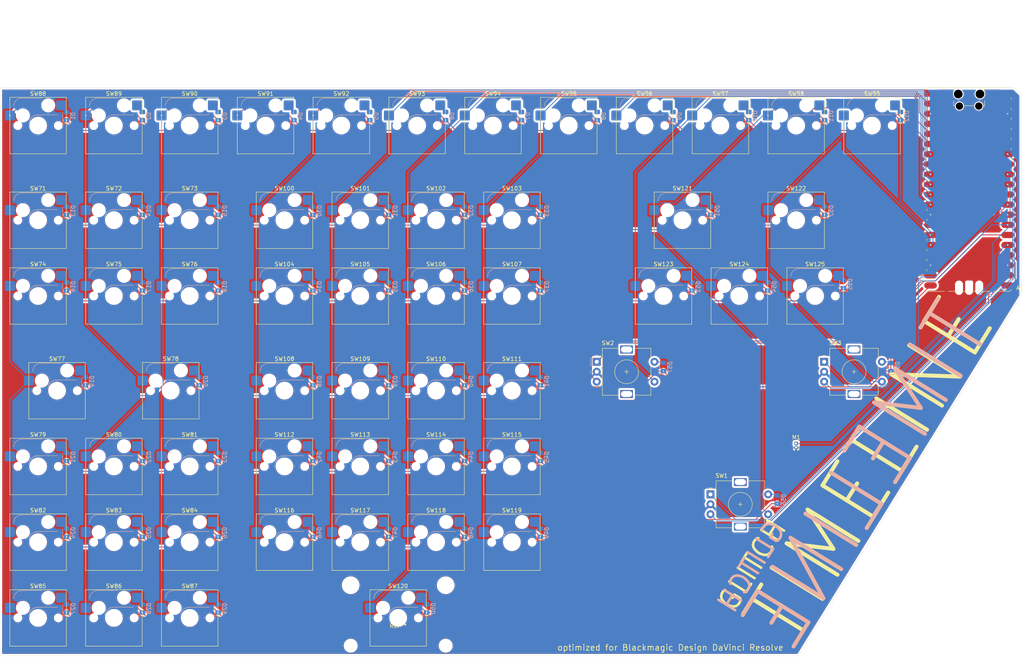
<source format=kicad_pcb>
(kicad_pcb (version 20241229) (generator "pcbnew") (generator_version "9.0")
  (layers (0 "F.Cu" signal) (2 "B.Cu" signal) (13 "F.Paste" user) (15 "B.Paste" user) (5 "F.SilkS" user "F.Silkscreen") (7 "B.SilkS" user "B.Silkscreen") (1 "F.Mask" user) (3 "B.Mask" user) (25 "Edge.Cuts" user))
  (net 0 "")
  (net 2 "ec1a")
  (net 3 "GND")
  (net 5 "ec1b")
  (net 6 "c3")
  (net 8 "r3")
  (net 9 "c10")
  (net 10 "c7")
  (net 11 "c11")
  (net 12 "ec2a")
  (net 13 "ec3a")
  (net 14 "r5")
  (net 15 "haptic")
  (net 16 "ec3b")
  (net 17 "c2")
  (net 18 "ec2b")
  (net 21 "c9")
  (net 22 "r4")
  (net 23 "r1")
  (net 24 "r6")
  (net 25 "c1")
  (net 26 "c6")
  (net 27 "c8")
  (net 28 "c4")
  (net 30 "c5")
  (net 31 "r7")
  (net 32 "c12")
  (net 33 "r2")
  (net 35 "Net-(D1-A)")
  (net 36 "Net-(D2-A)")
  (net 37 "Net-(D3-A)")
  (net 38 "Net-(D4-A)")
  (net 39 "Net-(D5-A)")
  (net 40 "Net-(D6-A)")
  (net 41 "Net-(D7-A)")
  (net 42 "Net-(D8-A)")
  (net 43 "Net-(D9-A)")
  (net 44 "Net-(D10-A)")
  (net 45 "Net-(D11-A)")
  (net 46 "Net-(D12-A)")
  (net 47 "Net-(D13-A)")
  (net 48 "Net-(D14-A)")
  (net 49 "Net-(D15-A)")
  (net 50 "Net-(D16-A)")
  (net 51 "Net-(D17-A)")
  (net 52 "Net-(D18-A)")
  (net 53 "Net-(D19-A)")
  (net 54 "Net-(D20-A)")
  (net 55 "Net-(D21-A)")
  (net 56 "Net-(D22-A)")
  (net 57 "Net-(D23-A)")
  (net 58 "Net-(D24-A)")
  (net 59 "Net-(D25-A)")
  (net 60 "Net-(D26-A)")
  (net 61 "Net-(D27-A)")
  (net 62 "Net-(D28-A)")
  (net 63 "Net-(D29-A)")
  (net 64 "Net-(D30-A)")
  (net 65 "Net-(D31-A)")
  (net 66 "Net-(D32-A)")
  (net 67 "Net-(D33-A)")
  (net 68 "Net-(D34-A)")
  (net 69 "Net-(D35-A)")
  (net 70 "Net-(D36-A)")
  (net 71 "Net-(D37-A)")
  (net 72 "Net-(D38-A)")
  (net 73 "Net-(D39-A)")
  (net 74 "Net-(D40-A)")
  (net 75 "Net-(D41-A)")
  (net 76 "Net-(D42-A)")
  (net 77 "Net-(D43-A)")
  (net 78 "Net-(D44-A)")
  (net 79 "Net-(D45-A)")
  (net 80 "Net-(D46-A)")
  (net 81 "Net-(D47-A)")
  (net 82 "Net-(D48-A)")
  (net 83 "Net-(D49-A)")
  (net 84 "Net-(D50-A)")
  (net 85 "Net-(D51-A)")
  (net 86 "Net-(D52-A)")
  (net 87 "Net-(D53-A)")
  (net 88 "Net-(D54-A)")
  (net 89 "Net-(D55-A)")
  (net 90 "Net-(D56-A)")
  (net 91 "Net-(D57-A)")
  (net 92 "Net-(D58-A)")
  (footprint "ScottoKeebs_Hotswap:Hotswap_MX_1.00u" (layer "F.Cu") (at 147.6375 109.5375)
    (property "Reference" "SW115")
    (property "Value" "SW_Push")
  )
  (footprint "Rotary_Encoder:RotaryEncoder_Alps_EC11E-Switch_Vertical_H20mm" (layer "F.Cu") (at 197.5375 116.5625)
    (property "Reference" "SW1")
    (property "Value" "RotaryEncoder_Switch")
  )
  (footprint "ScottoKeebs_Hotswap:Hotswap_MX_1.00u" (layer "F.Cu") (at 28.575 47.625)
    (property "Reference" "SW71")
    (property "Value" "SW_Push")
  )
  (footprint "ScottoKeebs_Hotswap:Hotswap_MX_1.00u" (layer "F.Cu") (at 161.925 23.8125)
    (property "Reference" "SW95")
    (property "Value" "SW_Push")
  )
  (footprint "ScottoKeebs_Hotswap:Hotswap_MX_1.00u" (layer "F.Cu") (at 66.675 66.675)
    (property "Reference" "SW76")
    (property "Value" "SW_Push")
  )
  (footprint "ScottoKeebs_Hotswap:Hotswap_MX_1.00u" (layer "F.Cu") (at 66.675 147.6375)
    (property "Reference" "SW87")
    (property "Value" "SW_Push")
  )
  (footprint "ScottoKeebs_Hotswap:Hotswap_MX_1.00u" (layer "F.Cu") (at 47.625 147.6375)
    (property "Reference" "SW86")
    (property "Value" "SW_Push")
  )
  (footprint "ScottoKeebs_Hotswap:Hotswap_MX_1.00u" (layer "F.Cu") (at 128.5875 90.4875)
    (property "Reference" "SW110")
    (property "Value" "SW_Push")
  )
  (footprint "ScottoKeebs_Hotswap:Hotswap_MX_1.00u" (layer "F.Cu") (at 47.625 109.5375)
    (property "Reference" "SW80")
    (property "Value" "SW_Push")
  )
  (footprint "ScottoKeebs_Hotswap:Hotswap_MX_1.00u" (layer "F.Cu") (at 90.4875 47.625)
    (property "Reference" "SW100")
    (property "Value" "SW_Push")
  )
  (footprint "ScottoKeebs_Hotswap:Hotswap_MX_1.00u" (layer "F.Cu") (at 66.675 128.5875)
    (property "Reference" "SW84")
    (property "Value" "SW_Push")
  )
  (footprint "ScottoKeebs_Hotswap:Hotswap_MX_1.50u" (layer "F.Cu") (at 61.9125 90.4875)
    (property "Reference" "SW78")
    (property "Value" "SW_Push")
  )
  (footprint "ScottoKeebs_Hotswap:Hotswap_MX_1.00u" (layer "F.Cu") (at 90.4875 109.5375)
    (property "Reference" "SW112")
    (property "Value" "SW_Push")
  )
  (footprint "ScottoKeebs_Hotswap:Hotswap_MX_1.00u" (layer "F.Cu") (at 85.725 23.8125)
    (property "Reference" "SW91")
    (property "Value" "SW_Push")
  )
  (footprint "ScottoKeebs_Hotswap:Hotswap_MX_1.00u" (layer "F.Cu") (at 185.7375 66.675)
    (property "Reference" "SW123")
    (property "Value" "SW_Push")
  )
  (footprint "ScottoKeebs_Hotswap:Hotswap_MX_1.50u" (layer "F.Cu") (at 219.075 47.625)
    (property "Reference" "SW122")
    (property "Value" "SW_Push")
  )
  (footprint "ScottoKeebs_Hotswap:Hotswap_MX_1.00u" (layer "F.Cu") (at 28.575 109.5375)
    (property "Reference" "SW79")
    (property "Value" "SW_Push")
  )
  (footprint "ScottoKeebs_Hotswap:Hotswap_MX_1.00u" (layer "F.Cu") (at 147.6375 128.5875)
    (property "Reference" "SW119")
    (property "Value" "SW_Push")
  )
  (footprint "ScottoKeebs_Hotswap:Hotswap_MX_1.50u" (layer "F.Cu") (at 33.3375 90.4875)
    (property "Reference" "SW77")
    (property "Value" "SW_Push")
  )
  (footprint "ScottoKeebs_Hotswap:Hotswap_MX_1.00u" (layer "F.Cu") (at 109.5375 128.5875)
    (property "Reference" "SW117")
    (property "Value" "SW_Push")
  )
  (footprint "ScottoKeebs_Hotswap:Hotswap_MX_1.00u" (layer "F.Cu") (at 200.025 23.8125)
    (property "Reference" "SW97")
    (property "Value" "SW_Push")
  )
  (footprint "ScottoKeebs_Hotswap:Hotswap_MX_1.00u" (layer "F.Cu") (at 90.4875 66.675)
    (property "Reference" "SW104")
    (property "Value" "SW_Push")
  )
  (footprint "ScottoKeebs_Hotswap:Hotswap_MX_1.00u" (layer "F.Cu") (at 109.5375 66.675)
    (property "Reference" "SW105")
    (property "Value" "SW_Push")
  )
  (footprint "ScottoKeebs_Hotswap:Hotswap_MX_1.00u" (layer "F.Cu") (at 128.5875 109.5375)
    (property "Reference" "SW114")
    (property "Value" "SW_Push")
  )
  (footprint "Connector_PinHeader_1.00mm:PinHeader_1x02_P1.00mm_Vertical" (layer "F.Cu") (at 219.075 103.775)
    (property "Reference" "M1")
    (property "Value" "Vibration")
  )
  (footprint "ScottoKeebs_Hotswap:Hotswap_MX_2.00u" (layer "F.Cu") (at 119.0625 147.6375)
    (property "Reference" "SW120")
    (property "Value" "SW_Push")
  )
  (footprint "ScottoKeebs_Hotswap:Hotswap_MX_1.00u" (layer "F.Cu") (at 28.575 66.675)
    (property "Reference" "SW74")
    (property "Value" "SW_Push")
  )
  (footprint "ScottoKeebs_Hotswap:Hotswap_MX_1.00u" (layer "F.Cu") (at 66.675 23.8125)
    (property "Reference" "SW90")
    (property "Value" "SW_Push")
  )
  (footprint "ScottoKeebs_Hotswap:Hotswap_MX_1.00u" (layer "F.Cu") (at 90.4875 90.4875)
    (property "Reference" "SW108")
    (property "Value" "SW_Push")
  )
  (footprint "ScottoKeebs_Hotswap:Hotswap_MX_1.00u" (layer "F.Cu") (at 219.075 23.8125)
    (property "Reference" "SW98")
    (property "Value" "SW_Push")
  )
  (footprint "ScottoKeebs_Hotswap:Hotswap_MX_1.00u" (layer "F.Cu") (at 28.575 23.81252)
    (property "Reference" "SW88")
    (property "Value" "SW_Push")
  )
  (footprint "ScottoKeebs_Hotswap:Hotswap_MX_1.00u" (layer "F.Cu") (at 147.6375 90.4875)
    (property "Reference" "SW111")
    (property "Value" "SW_Push")
  )
  (footprint "Rotary_Encoder:RotaryEncoder_Alps_EC11E-Switch_Vertical_H20mm" (layer "F.Cu") (at 226.1125 83.225)
    (property "Reference" "SW3")
    (property "Value" "RotaryEncoder_Switch")
  )
  (footprint "ScottoKeebs_Hotswap:Hotswap_MX_1.00u" (layer "F.Cu") (at 223.8375 66.675)
    (property "Reference" "SW125")
    (property "Value" "SW_Push")
  )
  (footprint "ScottoKeebs_Hotswap:Hotswap_MX_1.00u" (layer "F.Cu") (at 147.6375 66.675)
    (property "Reference" "SW107")
    (property "Value" "SW_Push")
  )
  (footprint "ScottoKeebs_Hotswap:Hotswap_MX_1.00u" (layer "F.Cu") (at 180.975 23.8125)
    (property "Reference" "SW96")
    (property "Value" "SW_Push")
  )
  (footprint "ScottoKeebs_Hotswap:Hotswap_MX_1.00u" (layer "F.Cu") (at 128.5875 66.675)
    (property "Reference" "SW106")
    (property "Value" "SW_Push")
  )
  (footprint "ScottoKeebs_Hotswap:Hotswap_MX_1.00u" (layer "F.Cu") (at 28.575 147.6375)
    (property "Reference" "SW85")
    (property "Value" "SW_Push")
  )
  (footprint "ScottoKeebs_Hotswap:Hotswap_MX_1.00u" (layer "F.Cu") (at 142.875 23.8125)
    (property "Reference" "SW94")
    (property "Value" "SW_Push")
  )
  (footprint "ScottoKeebs_Hotswap:Hotswap_MX_1.50u" (layer "F.Cu") (at 190.5 47.625)
    (property "Reference" "SW121")
    (property "Value" "SW_Push")
  )
  (footprint "ScottoKeebs_Hotswap:Hotswap_MX_1.00u" (layer "F.Cu") (at 66.675 109.5375)
    (property "Reference" "SW81")
    (property "Value" "SW_Push")
  )
  (footprint "Rotary_Encoder:RotaryEncoder_Alps_EC11E-Switch_Vertical_H20mm" (layer "F.Cu") (at 168.9625 83.225)
    (property "Reference" "SW2")
    (property "Value" "RotaryEncoder_Switch")
  )
  (footprint "ScottoKeebs_Hotswap:Hotswap_MX_1.00u" (layer "F.Cu") (at 128.5875 47.625)
    (property "Reference" "SW102")
    (property "Value" "SW_Push")
  )
  (footprint "ScottoKeebs_Hotswap:Hotswap_MX_1.00u" (layer "F.Cu") (at 90.4875 128.5875)
    (property "Reference" "SW116")
    (property "Value" "SW_Push")
  )
  (footprint "ScottoKeebs_Hotswap:Hotswap_MX_1.00u" (layer "F.Cu") (at 204.7875 66.675)
    (property "Reference" "SW124")
    (property "Value" "SW_Push")
  )
  (footprint "ScottoKeebs_Hotswap:Hotswap_MX_1.00u" (layer "F.Cu") (at 128.5875 128.5875)
    (property "Reference" "SW118")
    (property "Value" "SW_Push")
  )
  (footprint "ScottoKeebs_Hotswap:Hotswap_MX_1.00u" (layer "F.Cu") (at 28.575 128.5875)
    (property "Reference" "SW82")
    (property "Value" "SW_Push")
  )
  (footprint "ScottoKeebs_Hotswap:Hotswap_MX_1.00u" (layer "F.Cu") (at 238.125 23.8125)
    (property "Reference" "SW99")
    (property "Value" "SW_Push")
  )
  (footprint "ScottoKeebs_Hotswap:Hotswap_MX_1.00u" (layer "F.Cu") (at 104.775 23.8125)
    (property "Reference" "SW92")
    (property "Value" "SW_Push")
  )
  (footprint "ScottoKeebs_Hotswap:Hotswap_MX_1.00u" (layer "F.Cu") (at 109.5375 90.4875)
    (property "Reference" "SW109")
    (property "Value" "SW_Push")
  )
  (footprint "modded prints:RaspberryPi_Pico_Common_SMD noantenna" (layer "F.Cu") (at 262.533033 39.885971)
    (property "Reference" "A1")
    (property "Value" "RaspberryPi_Pico")
  )
  (footprint "ScottoKeebs_Hotswap:Hotswap_MX_1.00u" (layer "F.Cu") (at 66.675 47.625)
    (property "Reference" "SW73")
    (property "Value" "SW_Push")
  )
  (footprint "ScottoKeebs_Hotswap:Hotswap_MX_1.00u" (layer "F.Cu") (at 47.625 66.675)
    (property "Reference" "SW75")
    (property "Value" "SW_Push")
  )
  (footprint "ScottoKeebs_Hotswap:Hotswap_MX_1.00u" (layer "F.Cu") (at 147.6375 47.625)
    (property "Reference" "SW103")
    (property "Value" "SW_Push")
  )
  (footprint "ScottoKeebs_Hotswap:Hotswap_MX_1.00u" (layer "F.Cu") (at 109.5375 47.625)
    (property "Reference" "SW101")
    (property "Value" "SW_Push")
  )
  (footprint "ScottoKeebs_Hotswap:Hotswap_MX_1.00u" (layer "F.Cu") (at 47.625 23.8125)
    (property "Reference" "SW89")
    (property "Value" "SW_Push")
  )
  (footprint "ScottoKeebs_Hotswap:Hotswap_MX_1.00u" (layer "F.Cu") (at 47.625 128.5875)
    (property "Reference" "SW83")
    (property "Value" "SW_Push")
  )
  (footprint "ScottoKeebs_Hotswap:Hotswap_MX_1.00u" (layer "F.Cu") (at 123.825 23.8125)
    (property "Reference" "SW93")
    (property "Value" "SW_Push")
  )
  (footprint "ScottoKeebs_Hotswap:Hotswap_MX_1.00u" (layer "F.Cu") (at 109.5375 109.5375)
    (property "Reference" "SW113")
    (property "Value" "SW_Push")
  )
  (footprint "ScottoKeebs_Hotswap:Hotswap_MX_1.00u" (layer "F.Cu") (at 47.625 47.625)
    (property "Reference" "SW72")
    (property "Value" "SW_Push")
  )
  (footprint "ScottoKeebs_Stabilizer:Stabilizer_MX_2.00u" (layer "F.Cu") (at 119.0625 147.6375 180)
    (property "Reference" "REF**")
    (property "Value" "Stabilizer_MX_2.00u")
  )
  (footprint "Diode_SMD:D_0805_2012Metric_Pad1.15x1.40mm_HandSolder" (layer "B.Cu") (at 54.768796 45.243788 90)
    (property "Reference" "D14")
    (property "Value" "D")
  )
  (footprint "Diode_SMD:D_0805_2012Metric_Pad1.15x1.40mm_HandSolder" (layer "B.Cu") (at 35.71878 21.431268 90)
    (property "Reference" "D1")
    (property "Value" "D")
  )
  (footprint "Diode_SMD:D_0805_2012Metric_Pad1.15x1.40mm_HandSolder" (layer "B.Cu") (at 116.681348 45.243788 90)
    (property "Reference" "D31")
    (property "Value" "D")
  )
  (footprint "Diode_SMD:D_0805_2012Metric_Pad1.15x1.40mm_HandSolder" (layer "B.Cu") (at 97.631332 107.15634 90)
    (property "Reference" "D42")
    (property "Value" "D")
  )
  (footprint "Diode_SMD:D_0805_2012Metric_Pad1.15x1.40mm_HandSolder" (layer "B.Cu") (at 169.068892 21.431268 90)
    (property "Reference" "D8")
    (property "Value" "D")
  )
  (footprint "Diode_SMD:D_0805_2012Metric_Pad1.15x1.40mm_HandSolder" (layer "B.Cu") (at 73.818812 145.256372 90)
    (property "Reference" "D29")
    (property "Value" "D")
  )
  (footprint "Diode_SMD:D_0805_2012Metric_Pad1.15x1.40mm_HandSolder" (layer "B.Cu") (at 135.731364 64.293804 90)
    (property "Reference" "D36")
    (property "Value" "D")
  )
  (footprint "Diode_SMD:D_0805_2012Metric_Pad1.15x1.40mm_HandSolder" (layer "B.Cu") (at 245.268956 21.431268 90)
    (property "Reference" "D12")
    (property "Value" "D")
  )
  (footprint "Diode_SMD:D_0805_2012Metric_Pad1.15x1.40mm_HandSolder" (layer "B.Cu") (at 54.768796 145.256372 90)
    (property "Reference" "D28")
    (property "Value" "D")
  )
  (footprint "Diode_SMD:D_0805_2012Metric_Pad1.15x1.40mm_HandSolder" (layer "B.Cu") (at 135.731364 45.243788 90)
    (property "Reference" "D32")
    (property "Value" "D")
  )
  (footprint "Diode_SMD:D_0805_2012Metric_Pad1.15x1.40mm_HandSolder" (layer "B.Cu") (at 54.768796 21.431268 90)
    (property "Reference" "D2")
    (property "Value" "D")
  )
  (footprint "Diode_SMD:D_0805_2012Metric_Pad1.15x1.40mm_HandSolder" (layer "B.Cu") (at 116.681348 88.106324 90)
    (property "Reference" "D39")
    (property "Value" "D")
  )
  (footprint "Diode_SMD:D_0805_2012Metric_Pad1.15x1.40mm_HandSolder" (layer "B.Cu") (at 135.731364 107.15634 90)
    (property "Reference" "D44")
    (property "Value" "D")
  )
  (footprint "Diode_SMD:D_0805_2012Metric_Pad1.15x1.40mm_HandSolder" (layer "B.Cu") (at 226.21894 45.243788 90)
    (property "Reference" "D52")
    (property "Value" "D")
  )
  (footprint "Diode_SMD:D_0805_2012Metric_Pad1.15x1.40mm_HandSolder" (layer "B.Cu") (at 35.71878 107.15634 90)
    (property "Reference" "D21")
    (property "Value" "D")
  )
  (footprint "Diode_SMD:D_0805_2012Metric_Pad1.15x1.40mm_HandSolder" (layer "B.Cu") (at 242.887704 84.534446 90)
    (property "Reference" "D58")
    (property "Value" "D")
  )
  (footprint "Diode_SMD:D_0805_2012Metric_Pad1.15x1.40mm_HandSolder" (layer "B.Cu") (at 192.881412 64.293804 90)
    (property "Reference" "D53")
    (property "Value" "D")
  )
  (footprint "Diode_SMD:D_0805_2012Metric_Pad1.15x1.40mm_HandSolder" (layer "B.Cu") (at 211.931428 64.293804 90)
    (property "Reference" "D54")
    (property "Value" "D")
  )
  (footprint "Diode_SMD:D_0805_2012Metric_Pad1.15x1.40mm_HandSolder" (layer "B.Cu") (at 197.643916 45.243788 90)
    (property "Reference" "D51")
    (property "Value" "D")
  )
  (footprint "Diode_SMD:D_0805_2012Metric_Pad1.15x1.40mm_HandSolder" (layer "B.Cu") (at 73.818812 45.243788 90)
    (property "Reference" "D15")
    (property "Value" "D")
  )
  (footprint "Diode_SMD:D_0805_2012Metric_Pad1.15x1.40mm_HandSolder" (layer "B.Cu") (at 97.631332 126.206356 90)
    (property "Reference" "D46")
    (property "Value" "D")
  )
  (footprint "Diode_SMD:D_0805_2012Metric_Pad1.15x1.40mm_HandSolder" (layer "B.Cu") (at 214.31268 117.871974 90)
    (property "Reference" "D56")
    (property "Value" "D")
  )
  (footprint "Diode_SMD:D_0805_2012Metric_Pad1.15x1.40mm_HandSolder" (layer "B.Cu") (at 116.681348 126.206356 90)
    (property "Reference" "D47")
    (property "Value" "D")
  )
  (footprint "Diode_SMD:D_0805_2012Metric_Pad1.15x1.40mm_HandSolder" (layer "B.Cu") (at 97.631332 88.106324 90)
    (property "Reference" "D38")
    (property "Value" "D")
  )
  (footprint "Diode_SMD:D_0805_2012Metric_Pad1.15x1.40mm_HandSolder" (layer "B.Cu") (at 54.768796 64.293804 90)
    (property "Reference" "D17")
    (property "Value" "D")
  )
  (footprint "Diode_SMD:D_0805_2012Metric_Pad1.15x1.40mm_HandSolder" (layer "B.Cu") (at 35.71878 145.256372 90)
    (property "Reference" "D27")
    (property "Value" "D")
  )
  (footprint "Diode_SMD:D_0805_2012Metric_Pad1.15x1.40mm_HandSolder" (layer "B.Cu") (at 150.018876 21.431268 90)
    (property "Reference" "D7")
    (property "Value" "D")
  )
  (footprint "Diode_SMD:D_0805_2012Metric_Pad1.15x1.40mm_HandSolder" (layer "B.Cu") (at 226.21894 21.431268 90)
    (property "Reference" "D11")
    (property "Value" "D")
  )
  (footprint "Diode_SMD:D_0805_2012Metric_Pad1.15x1.40mm_HandSolder" (layer "B.Cu") (at 207.168924 21.431268 90)
    (property "Reference" "D10")
    (property "Value" "D")
  )
  (footprint "Diode_SMD:D_0805_2012Metric_Pad1.15x1.40mm_HandSolder" (layer "B.Cu") (at 73.818812 21.431268 90)
    (property "Reference" "D3")
    (property "Value" "D")
  )
  (footprint "Diode_SMD:D_0805_2012Metric_Pad1.15x1.40mm_HandSolder" (layer "B.Cu") (at 111.918844 21.431268 90)
    (property "Reference" "D5")
    (property "Value" "D")
  )
  (footprint "Diode_SMD:D_0805_2012Metric_Pad1.15x1.40mm_HandSolder" (layer "B.Cu") (at 154.78138 126.206356 90)
    (property "Reference" "D49")
    (property "Value" "D")
  )
  (footprint "Diode_SMD:D_0805_2012Metric_Pad1.15x1.40mm_HandSolder" (layer "B.Cu") (at 97.631332 45.243788 90)
    (property "Reference" "D30")
    (property "Value" "D")
  )
  (footprint "Diode_SMD:D_0805_2012Metric_Pad1.15x1.40mm_HandSolder" (layer "B.Cu") (at 126.206356 145.256372 90)
    (property "Reference" "D50")
    (property "Value" "D")
  )
  (footprint "Diode_SMD:D_0805_2012Metric_Pad1.15x1.40mm_HandSolder" (layer "B.Cu") (at 154.78138 107.15634 90)
    (property "Reference" "D45")
    (property "Value" "D")
  )
  (footprint "Diode_SMD:D_0805_2012Metric_Pad1.15x1.40mm_HandSolder" (layer "B.Cu") (at 116.681348 64.293804 90)
    (property "Reference" "D35")
    (property "Value" "D")
  )
  (footprint "Diode_SMD:D_0805_2012Metric_Pad1.15x1.40mm_HandSolder" (layer "B.Cu") (at 92.868828 21.431268 90)
    (property "Reference" "D4")
    (property "Value" "D")
  )
  (footprint "Diode_SMD:D_0805_2012Metric_Pad1.15x1.40mm_HandSolder" (layer "B.Cu") (at 40.481284 88.106324 90)
    (property "Reference" "D19")
    (property "Value" "D")
  )
  (footprint "Diode_SMD:D_0805_2012Metric_Pad1.15x1.40mm_HandSolder" (layer "B.Cu") (at 230.981444 63.698491 90)
    (property "Reference" "D55")
    (property "Value" "D")
  )
  (footprint "Diode_SMD:D_0805_2012Metric_Pad1.15x1.40mm_HandSolder" (layer "B.Cu") (at 130.96886 21.431268 90)
    (property "Reference" "D6")
    (property "Value" "D")
  )
  (footprint "Diode_SMD:D_0805_2012Metric_Pad1.15x1.40mm_HandSolder" (layer "B.Cu") (at 97.631332 64.293804 90)
    (property "Reference" "D34")
    (property "Value" "D")
  )
  (footprint "Diode_SMD:D_0805_2012Metric_Pad1.15x1.40mm_HandSolder" (layer "B.Cu") (at 116.681348 107.15634 90)
    (property "Reference" "D43")
    (property "Value" "D")
  )
  (footprint "Diode_SMD:D_0805_2012Metric_Pad1.15x1.40mm_HandSolder" (layer "B.Cu") (at 73.818812 107.15634 90)
    (property "Reference" "D23")
    (property "Value" "D")
  )
  (footprint "Diode_SMD:D_0805_2012Metric_Pad1.15x1.40mm_HandSolder" (layer "B.Cu") (at 35.71878 45.243788 90)
    (property "Reference" "D13")
    (property "Value" "D")
  )
  (footprint "Diode_SMD:D_0805_2012Metric_Pad1.15x1.40mm_HandSolder" (layer "B.Cu") (at 73.818812 126.206356 90)
    (property "Reference" "D26")
    (property "Value" "D")
  )
  (footprint "Diode_SMD:D_0805_2012Metric_Pad1.15x1.40mm_HandSolder" (layer "B.Cu") (at 154.78138 88.106324 90)
    (property "Reference" "D41")
    (property "Value" "D")
  )
  (footprint "Diode_SMD:D_0805_2012Metric_Pad1.15x1.40mm_HandSolder" (layer "B.Cu") (at 188.118908 21.431268 90)
    (property "Reference" "D9")
    (property "Value" "D")
  )
  (footprint "Diode_SMD:D_0805_2012Metric_Pad1.15x1.40mm_HandSolder" (layer "B.Cu") (at 54.768796 107.15634 90)
    (property "Reference" "D22")
    (property "Value" "D")
  )
  (footprint "Diode_SMD:D_0805_2012Metric_Pad1.15x1.40mm_HandSolder" (layer "B.Cu") (at 154.78138 64.293804 90)
    (property "Reference" "D37")
    (property "Value" "D")
  )
  (footprint "Diode_SMD:D_0805_2012Metric_Pad1.15x1.40mm_HandSolder" (layer "B.Cu") (at 185.737656 84.534446 90)
    (property "Reference" "D57")
    (property "Value" "D")
  )
  (footprint "Diode_SMD:D_0805_2012Metric_Pad1.15x1.40mm_HandSolder" (layer "B.Cu") (at 35.71878 64.293804 90)
    (property "Reference" "D16")
    (property "Value" "D")
  )
  (footprint "Diode_SMD:D_0805_2012Metric_Pad1.15x1.40mm_HandSolder" (layer "B.Cu") (at 73.818812 64.293804 90)
    (property "Reference" "D18")
    (property "Value" "D")
  )
  (footprint "Diode_SMD:D_0805_2012Metric_Pad1.15x1.40mm_HandSolder" (layer "B.Cu") (at 135.731364 88.106324 90)
    (property "Reference" "D40")
    (property "Value" "D")
  )
  (footprint "Diode_SMD:D_0805_2012Metric_Pad1.15x1.40mm_HandSolder" (layer "B.Cu") (at 154.78138 45.243788 90)
    (property "Reference" "D33")
    (property "Value" "D")
  )
  (footprint "Diode_SMD:D_0805_2012Metric_Pad1.15x1.40mm_HandSolder" (layer "B.Cu") (at 69.056308 88.106324 90)
    (property "Reference" "D20")
    (property "Value" "D")
  )
  (footprint "Diode_SMD:D_0805_2012Metric_Pad1.15x1.40mm_HandSolder" (layer "B.Cu") (at 54.768796 126.206356 90)
    (property "Reference" "D25")
    (property "Value" "D")
  )
  (footprint "Diode_SMD:D_0805_2012Metric_Pad1.15x1.40mm_HandSolder" (layer "B.Cu") (at 135.731364 126.206356 90)
    (property "Reference" "D48")
    (property "Value" "D")
  )
  (footprint "Diode_SMD:D_0805_2012Metric_Pad1.15x1.40mm_HandSolder" (layer "B.Cu") (at 35.71878 126.206356 90)
    (property "Reference" "D24")
    (property "Value" "D")
  )
  (gr_line (start 19.050016 157.162632) (end 219.670497 157.162632) (stroke (width 0.05)) (layer "Edge.Cuts"))
  (gr_line (start 19.050016 14.287512) (end 273.84398 14.287512) (stroke (width 0.05)) (layer "Edge.Cuts"))
  (gr_line (start 275.629919 66.675056) (end 219.670497 157.162632) (stroke (width 0.05)) (layer "Edge.Cuts"))
  (gr_line (start 273.84398 14.287512) (end 275.629919 16.073451) (stroke (width 0.05)) (layer "Edge.Cuts"))
  (gr_line (start 275.629919 16.073451) (end 275.629919 66.675056) (stroke (width 0.05)) (layer "Edge.Cuts"))
  (gr_line (start 19.050016 14.287512) (end 19.050016 157.162632) (stroke (width 0.05)) (layer "Edge.Cuts"))
  (gr_text "GLITCH" (at 203.597046 147.042311 58.3) (layer "F.SilkS") (effects (font (size 5 5) (thickness 0.625)) (justify left bottom)))
  (gr_text "optimized for Blackmagic Design DaVinci Resolve" (at 158.948571 155.972006 0) (layer "F.SilkS") (effects (font (size 1.5 1.5) (thickness 0.1875)) (justify left bottom)))
  (gr_text "TIMELINE" (at 219.075 157.1625 58.3) (layer "F.SilkS") (effects (font (size 15 15) (thickness 1)) (justify left bottom)))
  (gr_text "GLITCH" (at 217.289245 125.01573 58.3) (layer "B.SilkS") (effects (font (size 5 5) (thickness 0.625)) (justify left bottom mirror)))
  (gr_text "TIMELINE" (at 270.272102 74.414125 58.3) (layer "B.SilkS") (effects (font (size 15 15) (thickness 1)) (justify left bottom mirror)))
  (via (at 272.223033 36.075971) (size 0.6) (drill 0.3) (layers "F.Cu" "B.Cu") (net 2))
  (segment (start 273.5 36.5) (end 273.075971 36.075971) (width 0.2) (layer "B.Cu") (net 2))
  (segment (start 212.576392 122.8635) (end 273.5 61.939892) (width 0.2) (layer "B.Cu") (net 2))
  (segment (start 197.5375 116.5625) (end 203.8385 122.8635) (width 0.2) (layer "B.Cu") (net 2))
  (segment (start 273.075971 36.075971) (end 272.223033 36.075971) (width 0.2) (layer "B.Cu") (net 2))
  (segment (start 273.5 61.939892) (end 273.5 36.5) (width 0.2) (layer "B.Cu") (net 2))
  (segment (start 203.8385 122.8635) (end 212.576392 122.8635) (width 0.2) (layer "B.Cu") (net 2))
  (via (at 252.843033 58.935971) (size 0.6) (drill 0.3) (layers "F.Cu" "B.Cu") (net 3))
  (via (at 252.843033 46.235971) (size 0.6) (drill 0.3) (layers "F.Cu" "B.Cu") (net 3))
  (via (at 272.223033 46.235971) (size 0.6) (drill 0.3) (layers "F.Cu" "B.Cu") (net 3))
  (via (at 272.223033 58.935971) (size 0.6) (drill 0.3) (layers "F.Cu" "B.Cu") (net 3))
  (via (at 272.223033 20.835971) (size 0.6) (drill 0.3) (layers "F.Cu" "B.Cu") (net 3))
  (via (at 252.843033 20.835971) (size 0.6) (drill 0.3) (layers "F.Cu" "B.Cu") (net 3))
  (via (at 272.223033 30.995971) (size 0.6) (drill 0.3) (layers "F.Cu" "B.Cu") (net 5))
  (segment (start 273.901 32.673938) (end 272.223033 30.995971) (width 0.2) (layer "B.Cu") (net 5))
  (segment (start 273.901 62.105992) (end 273.901 32.673938) (width 0.2) (layer "B.Cu") (net 5))
  (segment (start 199.2395 123.2645) (end 212.742492 123.2645) (width 0.2) (layer "B.Cu") (net 5))
  (segment (start 197.5375 121.5625) (end 199.2395 123.2645) (width 0.2) (layer "B.Cu") (net 5))
  (segment (start 212.742492 123.2645) (end 273.901 62.105992) (width 0.2) (layer "B.Cu") (net 5))
  (segment (start 65.171988 15.690512) (end 59.59 21.2725) (width 0.2) (layer "F.Cu") (net 6))
  (segment (start 250.03146 16.668764) (end 249.053208 15.690512) (width 0.2) (layer "F.Cu") (net 6))
  (segment (start 249.053208 15.690512) (end 65.171988 15.690512) (width 0.2) (layer "F.Cu") (net 6))
  (segment (start 252.843033 23.375971) (end 250.03146 20.564398) (width 0.2) (layer "F.Cu") (net 6))
  (segment (start 250.03146 20.564398) (end 250.03146 16.668764) (width 0.2) (layer "F.Cu") (net 6))
  (via (at 59.59 21.2725) (size 0.6) (drill 0.3) (layers "F.Cu" "B.Cu") (net 6))
  (segment (start 59.5615 106.969) (end 59.59 106.9975) (width 0.2) (layer "B.Cu") (net 6))
  (segment (start 59.59 21.2725) (end 59.59 64.135) (width 0.2) (layer "B.Cu") (net 6))
  (segment (start 59.9785 89.096684) (end 59.5615 89.513684) (width 0.2) (layer "B.Cu") (net 6))
  (segment (start 59.9785 64.5235) (end 59.9785 89.096684) (width 0.2) (layer "B.Cu") (net 6))
  (segment (start 59.59 64.135) (end 59.9785 64.5235) (width 0.2) (layer "B.Cu") (net 6))
  (segment (start 59.59 106.9975) (end 59.59 145.0975) (width 0.2) (layer "B.Cu") (net 6))
  (segment (start 59.5615 89.513684) (end 59.5615 106.969) (width 0.2) (layer "B.Cu") (net 6))
  (segment (start 73.818812 65.318803) (end 76.401009 67.901) (width 0.2) (layer "F.Cu") (net 8))
  (segment (start 124.015326 67.901) (end 127.592326 64.324) (width 0.2) (layer "F.Cu") (net 8))
  (segment (start 96.636529 64.324) (end 97.631332 65.318803) (width 0.2) (layer "F.Cu") (net 8))
  (segment (start 85.915326 67.901) (end 89.492326 64.324) (width 0.2) (layer "F.Cu") (net 8))
  (segment (start 181.165326 67.901) (end 184.742326 64.324) (width 0.2) (layer "F.Cu") (net 8))
  (segment (start 157.363577 67.901) (end 181.165326 67.901) (width 0.2) (layer "F.Cu") (net 8))
  (segment (start 57.350993 67.901) (end 62.124184 67.901) (width 0.2) (layer "F.Cu") (net 8))
  (segment (start 108.542326 64.324) (end 115.686545 64.324) (width 0.2) (layer "F.Cu") (net 8))
  (segment (start 200.236684 67.901) (end 203.813684 64.324) (width 0.2) (layer "F.Cu") (net 8))
  (segment (start 192.881412 65.318803) (end 195.463609 67.901) (width 0.2) (layer "F.Cu") (net 8))
  (segment (start 53.773993 64.324) (end 54.768796 65.318803) (width 0.2) (layer "F.Cu") (net 8))
  (segment (start 138.313561 67.901) (end 143.065326 67.901) (width 0.2) (layer "F.Cu") (net 8))
  (segment (start 38.300977 67.901) (end 43.052826 67.901) (width 0.2) (layer "F.Cu") (net 8))
  (segment (start 76.401009 67.901) (end 85.915326 67.901) (width 0.2) (layer "F.Cu") (net 8))
  (segment (start 127.592326 64.324) (end 134.736561 64.324) (width 0.2) (layer "F.Cu") (net 8))
  (segment (start 135.731364 65.318803) (end 138.313561 67.901) (width 0.2) (layer "F.Cu") (net 8))
  (segment (start 143.065326 67.901) (end 146.642326 64.324) (width 0.2) (layer "F.Cu") (net 8))
  (segment (start 35.71878 65.318803) (end 38.300977 67.901) (width 0.2) (layer "F.Cu") (net 8))
  (segment (start 154.78138 65.318803) (end 157.363577 67.901) (width 0.2) (layer "F.Cu") (net 8))
  (segment (start 65.701184 64.324) (end 72.824009 64.324) (width 0.2) (layer "F.Cu") (net 8))
  (segment (start 146.642326 64.324) (end 153.786577 64.324) (width 0.2) (layer "F.Cu") (net 8))
  (segment (start 234.228963 61.475971) (end 230.981444 64.72349) (width 0.2) (layer "F.Cu") (net 8))
  (segment (start 54.768796 65.318803) (end 57.350993 67.901) (width 0.2) (layer "F.Cu") (net 8))
  (segment (start 62.124184 67.901) (end 65.701184 64.324) (width 0.2) (layer "F.Cu") (net 8))
  (segment (start 116.681348 65.318803) (end 119.263545 67.901) (width 0.2) (layer "F.Cu") (net 8))
  (segment (start 100.213529 67.901) (end 104.965326 67.901) (width 0.2) (layer "F.Cu") (net 8))
  (segment (start 230.581954 64.324) (end 230.981444 64.72349) (width 0.2) (layer "F.Cu") (net 8))
  (segment (start 72.824009 64.324) (end 73.818812 65.318803) (width 0.2) (layer "F.Cu") (net 8))
  (segment (start 97.631332 65.318803) (end 100.213529 67.901) (width 0.2) (layer "F.Cu") (net 8))
  (segment (start 184.742326 64.324) (end 191.886609 64.324) (width 0.2) (layer "F.Cu") (net 8))
  (segment (start 43.052826 67.901) (end 46.629826 64.324) (width 0.2) (layer "F.Cu") (net 8))
  (segment (start 153.786577 64.324) (end 154.78138 65.318803) (width 0.2) (layer "F.Cu") (net 8))
  (segment (start 115.686545 64.324) (end 116.681348 65.318803) (width 0.2) (layer "F.Cu") (net 8))
  (segment (start 211.931428 65.318803) (end 214.513625 67.901) (width 0.2) (layer "F.Cu") (net 8))
  (segment (start 210.936625 64.324) (end 211.931428 65.318803) (width 0.2) (layer "F.Cu") (net 8))
  (segment (start 134.736561 64.324) (end 135.731364 65.318803) (width 0.2) (layer "F.Cu") (net 8))
  (segment (start 191.886609 64.324) (end 192.881412 65.318803) (width 0.2) (layer "F.Cu") (net 8))
  (segment (start 203.813684 64.324) (end 210.936625 64.324) (width 0.2) (layer "F.Cu") (net 8))
  (segment (start 89.492326 64.324) (end 96.636529 64.324) (width 0.2) (layer "F.Cu") (net 8))
  (segment (start 119.263545 67.901) (end 124.015326 67.901) (width 0.2) (layer "F.Cu") (net 8))
  (segment (start 214.513625 67.901) (end 219.265326 67.901) (width 0.2) (layer "F.Cu") (net 8))
  (segment (start 195.463609 67.901) (end 200.236684 67.901) (width 0.2) (layer "F.Cu") (net 8))
  (segment (start 222.842326 64.324) (end 230.581954 64.324) (width 0.2) (layer "F.Cu") (net 8))
  (segment (start 46.629826 64.324) (end 53.773993 64.324) (width 0.2) (layer "F.Cu") (net 8))
  (segment (start 104.965326 67.901) (end 108.542326 64.324) (width 0.2) (layer "F.Cu") (net 8))
  (segment (start 219.265326 67.901) (end 222.842326 64.324) (width 0.2) (layer "F.Cu") (net 8))
  (segment (start 252.843033 61.475971) (end 234.228963 61.475971) (width 0.2) (layer "F.Cu") (net 8))
  (via (at 154.78138 65.318803) (size 0.6) (drill 0.3) (layers "F.Cu" "B.Cu") (net 8))
  (via (at 211.931428 65.318803) (size 0.6) (drill 0.3) (layers "F.Cu" "B.Cu") (net 8))
  (via (at 116.681348 65.318803) (size 0.6) (drill 0.3) (layers "F.Cu" "B.Cu") (net 8))
  (via (at 73.818812 65.318803) (size 0.6) (drill 0.3) (layers "F.Cu" "B.Cu") (net 8))
  (via (at 192.881412 65.318803) (size 0.6) (drill 0.3) (layers "F.Cu" "B.Cu") (net 8))
  (via (at 230.981444 64.72349) (size 0.6) (drill 0.3) (layers "F.Cu" "B.Cu") (net 8))
  (via (at 35.71878 65.318803) (size 0.6) (drill 0.3) (layers "F.Cu" "B.Cu") (net 8))
  (via (at 97.631332 65.318803) (size 0.6) (drill 0.3) (layers "F.Cu" "B.Cu") (net 8))
  (via (at 54.768796 65.318803) (size 0.6) (drill 0.3) (layers "F.Cu" "B.Cu") (net 8))
  (via (at 135.731364 65.318803) (size 0.6) (drill 0.3) (layers "F.Cu" "B.Cu") (net 8))
  (via (at 252.843033 43.695971) (size 0.6) (drill 0.3) (layers "F.Cu" "B.Cu") (net 9))
  (segment (start 192.94 21.2725) (end 178.6525 35.56) (width 0.2) (layer "B.Cu") (net 9))
  (segment (start 178.6525 35.56) (end 178.6525 64.135) (width 0.2) (layer "B.Cu") (net 9))
  (segment (start 252.843033 43.695971) (end 250.420086 41.273024) (width 0.2) (layer "B.Cu") (net 9))
  (segment (start 250.413641 16.492512) (end 197.719988 16.492512) (width 0.2) (layer "B.Cu") (net 9))
  (segment (start 250.420086 41.273024) (end 250.420086 16.498957) (width 0.2) (layer "B.Cu") (net 9))
  (segment (start 178.6525 64.135) (end 178.6525 83.415) (width 0.2) (layer "B.Cu") (net 9))
  (segment (start 250.420086 16.498957) (end 250.413641 16.492512) (width 0.2) (layer "B.Cu") (net 9))
  (segment (start 197.719988 16.492512) (end 192.94 21.2725) (width 0.2) (layer "B.Cu") (net 9))
  (segment (start 178.6525 83.415) (end 183.4625 88.225) (width 0.2) (layer "B.Cu") (net 9))
  (via (at 252.843033 36.075971) (size 0.6) (drill 0.3) (layers "F.Cu" "B.Cu") (net 10))
  (segment (start 251.642033 34.874971) (end 251.642033 16.019604) (width 0.2) (layer "B.Cu") (net 10))
  (segment (start 121.5025 35.56) (end 121.5025 126.0475) (width 0.2) (layer "B.Cu") (net 10))
  (segment (start 121.5025 135.5725) (end 111.9775 145.0975) (width 0.2) (layer "B.Cu") (net 10))
  (segment (start 250.911941 15.289512) (end 141.772988 15.289512) (width 0.2) (layer "B.Cu") (net 10))
  (segment (start 251.642033 16.019604) (end 250.911941 15.289512) (width 0.2) (layer "B.Cu") (net 10))
  (segment (start 135.79 21.2725) (end 121.5025 35.56) (width 0.2) (layer "B.Cu") (net 10))
  (segment (start 141.772988 15.289512) (end 135.79 21.2725) (width 0.2) (layer "B.Cu") (net 10))
  (segment (start 252.843033 36.075971) (end 251.642033 34.874971) (width 0.2) (layer "B.Cu") (net 10))
  (segment (start 121.5025 126.0475) (end 121.5025 135.5725) (width 0.2) (layer "B.Cu") (net 10))
  (segment (start 217.254065 20.6085) (end 216.042065 19.3965) (width 0.2) (layer "F.Cu") (net 11))
  (segment (start 213.866 19.3965) (end 211.99 21.2725) (width 0.2) (layer "F.Cu") (net 11))
  (segment (start 244.723132 21.0605) (end 238.5605 21.0605) (width 0.2) (layer "F.Cu") (net 11))
  (segment (start 248.5 44.432938) (end 248.5 24.837368) (width 0.2) (layer "F.Cu") (net 11))
  (segment (start 222.392065 20.6085) (end 217.254065 20.6085) (width 0.2) (layer "F.Cu") (net 11))
  (segment (start 252.843033 48.775971) (end 248.5 44.432938) (width 0.2) (layer "F.Cu") (net 11))
  (segment (start 216.042065 19.3965) (end 213.866 19.3965) (width 0.2) (layer "F.Cu") (net 11))
  (segment (start 248.5 24.837368) (end 244.723132 21.0605) (width 0.2) (layer "F.Cu") (net 11))
  (segment (start 236.8965 19.3965) (end 223.604065 19.3965) (width 0.2) (layer "F.Cu") (net 11))
  (segment (start 223.604065 19.3965) (end 222.392065 20.6085) (width 0.2) (layer "F.Cu") (net 11))
  (segment (start 238.5605 21.0605) (end 236.8965 19.3965) (width 0.2) (layer "F.Cu") (net 11))
  (via (at 211.99 21.2725) (size 0.6) (drill 0.3) (layers "F.Cu" "B.Cu") (net 11))
  (segment (start 185.291 43.209) (end 183.415 45.085) (width 0.2) (layer "B.Cu") (net 11))
  (segment (start 183.415 45.085) (end 183.415 50.61934) (width 0.2) (layer "B.Cu") (net 11))
  (segment (start 188.7785 43.209) (end 185.291 43.209) (width 0.2) (layer "B.Cu") (net 11))
  (segment (start 211.99 21.2725) (end 210.715 21.2725) (width 0.2) (layer "B.Cu") (net 11))
  (segment (start 197.7025 64.135) (end 197.7025 66.403826) (width 0.2) (layer "B.Cu") (net 11))
  (segment (start 197.7025 66.403826) (end 210.7365 79.437826) (width 0.2) (layer "B.Cu") (net 11))
  (segment (start 183.415 50.61934) (end 196.93066 64.135) (width 0.2) (layer "B.Cu") (net 11))
  (segment (start 210.7365 120.2615) (end 212.0375 121.5625) (width 0.2) (layer "B.Cu") (net 11))
  (segment (start 210.7365 79.437826) (end 210.7365 120.2615) (width 0.2) (layer "B.Cu") (net 11))
  (segment (start 210.715 21.2725) (end 188.7785 43.209) (width 0.2) (layer "B.Cu") (net 11))
  (segment (start 196.93066 64.135) (end 197.7025 64.135) (width 0.2) (layer "B.Cu") (net 11))
  (segment (start 173.6875 78.5) (end 235.663954 78.5) (width 0.2) (layer "F.Cu") (net 12))
  (segment (start 254 62.914971) (end 265.599 51.315971) (width 0.2) (layer "F.Cu") (net 12))
  (segment (start 168.9625 83.225) (end 173.6875 78.5) (width 0.2) (layer "F.Cu") (net 12))
  (segment (start 251.248983 62.914971) (end 254 62.914971) (width 0.2) (layer "F.Cu") (net 12))
  (segment (start 265.599 51.315971) (end 272.223033 51.315971) (width 0.2) (layer "F.Cu") (net 12))
  (segment (start 235.663954 78.5) (end 251.248983 62.914971) (width 0.2) (layer "F.Cu") (net 12))
  (via (at 272.223033 43.695971) (size 0.6) (drill 0.3) (layers "F.Cu" "B.Cu") (net 13))
  (segment (start 250.591669 61.873812) (end 254.045192 61.873812) (width 0.2) (layer "B.Cu") (net 13))
  (segment (start 249.806712 80.87068) (end 249.806712 62.658769) (width 0.2) (layer "B.Cu") (net 13))
  (segment (start 232.4135 89.526) (end 241.151392 89.526) (width 0.2) (layer "B.Cu") (net 13))
  (segment (start 226.1125 83.225) (end 232.4135 89.526) (width 0.2) (layer "B.Cu") (net 13))
  (segment (start 241.151392 89.526) (end 249.806712 80.87068) (width 0.2) (layer "B.Cu") (net 13))
  (segment (start 249.806712 62.658769) (end 250.591669 61.873812) (width 0.2) (layer "B.Cu") (net 13))
  (segment (start 254.045192 61.873812) (end 272.223033 43.695971) (width 0.2) (layer "B.Cu") (net 13))
  (segment (start 208.896608 122.8635) (end 212.863135 118.896973) (width 0.2) (layer "F.Cu") (net 14))
  (segment (start 72.823973 107.1865) (end 73.818812 108.181339) (width 0.2) (layer "F.Cu") (net 14))
  (segment (start 169.463541 122.8635) (end 208.896608 122.8635) (width 0.2) (layer "F.Cu") (net 14))
  (segment (start 43.074184 110.7635) (end 46.651184 107.1865) (width 0.2) (layer "F.Cu") (net 14))
  (segment (start 119.263509 110.7635) (end 124.036684 110.7635) (width 0.2) (layer "F.Cu") (net 14))
  (segment (start 268 66.5) (end 270.484029 64.015971) (width 0.2) (layer "F.Cu") (net 14))
  (segment (start 146.642326 107.1865) (end 153.786541 107.1865) (width 0.2) (layer "F.Cu") (net 14))
  (segment (start 138.313525 110.7635) (end 143.065326 110.7635) (width 0.2) (layer "F.Cu") (net 14))
  (segment (start 57.350957 110.7635) (end 62.102826 110.7635) (width 0.2) (layer "F.Cu") (net 14))
  (segment (start 85.915326 110.7635) (end 89.492326 107.1865) (width 0.2) (layer "F.Cu") (net 14))
  (segment (start 154.78138 108.181339) (end 169.463541 122.8635) (width 0.2) (layer "F.Cu") (net 14))
  (segment (start 65.679826 107.1865) (end 72.823973 107.1865) (width 0.2) (layer "F.Cu") (net 14))
  (segment (start 270.484029 64.015971) (end 272.223033 64.015971) (width 0.2) (layer "F.Cu") (net 14))
  (segment (start 89.492326 107.1865) (end 96.636493 107.1865) (width 0.2) (layer "F.Cu") (net 14))
  (segment (start 76.400973 110.7635) (end 85.915326 110.7635) (width 0.2) (layer "F.Cu") (net 14))
  (segment (start 46.651184 107.1865) (end 53.773957 107.1865) (width 0.2) (layer "F.Cu") (net 14))
  (segment (start 115.686509 107.1865) (end 116.681348 108.181339) (width 0.2) (layer "F.Cu") (net 14))
  (segment (start 127.613684 107.1865) (end 134.736525 107.1865) (width 0.2) (layer "F.Cu") (net 14))
  (segment (start 97.631332 108.181339) (end 100.213493 110.7635) (width 0.2) (layer "F.Cu") (net 14))
  (segment (start 124.036684 110.7635) (end 127.613684 107.1865) (width 0.2) (layer "F.Cu") (net 14))
  (segment (start 153.786541 107.1865) (end 154.78138 108.181339) (width 0.2) (layer "F.Cu") (net 14))
  (segment (start 53.773957 107.1865) (end 54.768796 108.181339) (width 0.2) (layer "F.Cu") (net 14))
  (segment (start 134.736525 107.1865) (end 135.731364 108.181339) (width 0.2) (layer "F.Cu") (net 14))
  (segment (start 143.065326 110.7635) (end 146.642326 107.1865) (width 0.2) (layer "F.Cu") (net 14))
  (segment (start 96.636493 107.1865) (end 97.631332 108.181339) (width 0.2) (layer "F.Cu") (net 14))
  (segment (start 104.965326 110.7635) (end 108.542326 107.1865) (width 0.2) (layer "F.Cu") (net 14))
  (segment (start 135.731364 108.181339) (end 138.313525 110.7635) (width 0.2) (layer "F.Cu") (net 14))
  (segment (start 35.71878 108.181339) (end 38.300941 110.7635) (width 0.2) (layer "F.Cu") (net 14))
  (segment (start 100.213493 110.7635) (end 104.965326 110.7635) (width 0.2) (layer "F.Cu") (net 14))
  (segment (start 38.300941 110.7635) (end 43.074184 110.7635) (width 0.2) (layer "F.Cu") (net 14))
  (segment (start 73.818812 108.181339) (end 76.400973 110.7635) (width 0.2) (layer "F.Cu") (net 14))
  (segment (start 116.681348 108.181339) (end 119.263509 110.7635) (width 0.2) (layer "F.Cu") (net 14))
  (segment (start 54.768796 108.181339) (end 57.350957 110.7635) (width 0.2) (layer "F.Cu") (net 14))
  (segment (start 212.863135 118.896973) (end 214.31268 118.896973) (width 0.2) (layer "F.Cu") (net 14))
  (segment (start 62.102826 110.7635) (end 65.679826 107.1865) (width 0.2) (layer "F.Cu") (net 14))
  (segment (start 108.542326 107.1865) (end 115.686509 107.1865) (width 0.2) (layer "F.Cu") (net 14))
  (via (at 214.31268 118.896973) (size 0.6) (drill 0.3) (layers "F.Cu" "B.Cu") (net 14))
  (via (at 73.818812 108.181339) (size 0.6) (drill 0.3) (layers "F.Cu" "B.Cu") (net 14))
  (via (at 135.731364 108.181339) (size 0.6) (drill 0.3) (layers "F.Cu" "B.Cu") (net 14))
  (via (at 154.78138 108.181339) (size 0.6) (drill 0.3) (layers "F.Cu" "B.Cu") (net 14))
  (via (at 116.681348 108.181339) (size 0.6) (drill 0.3) (layers "F.Cu" "B.Cu") (net 14))
  (via (at 35.71878 108.181339) (size 0.6) (drill 0.3) (layers "F.Cu" "B.Cu") (net 14))
  (via (at 97.631332 108.181339) (size 0.6) (drill 0.3) (layers "F.Cu" "B.Cu") (net 14))
  (via (at 54.768796 108.181339) (size 0.6) (drill 0.3) (layers "F.Cu" "B.Cu") (net 14))
  (via (at 268 66.5) (size 0.6) (drill 0.3) (layers "F.Cu" "B.Cu") (net 14))
  (segment (start 215.603027 118.896973) (end 268 66.5) (width 0.2) (layer "B.Cu") (net 14))
  (segment (start 214.31268 118.896973) (end 215.603027 118.896973) (width 0.2) (layer "B.Cu") (net 14))
  (via (at 272.223033 53.855971) (size 0.6) (drill 0.3) (layers "F.Cu" "B.Cu") (net 15))
  (segment (start 219.075 103.775) (end 228.036592 103.775) (width 0.2) (layer "B.Cu") (net 15))
  (segment (start 269 56.5) (end 271.644029 53.855971) (width 0.2) (layer "B.Cu") (net 15))
  (segment (start 269 62.811592) (end 269 56.5) (width 0.2) (layer "B.Cu") (net 15))
  (segment (start 228.036592 103.775) (end 269 62.811592) (width 0.2) (layer "B.Cu") (net 15))
  (segment (start 271.644029 53.855971) (end 272.223033 53.855971) (width 0.2) (layer "B.Cu") (net 15))
  (via (at 272.223033 38.615971) (size 0.6) (drill 0.3) (layers "F.Cu" "B.Cu") (net 16))
  (segment (start 241.317492 89.927) (end 268.5 62.744492) (width 0.2) (layer "B.Cu") (net 16))
  (segment (start 227.8145 89.927) (end 241.317492 89.927) (width 0.2) (layer "B.Cu") (net 16))
  (segment (start 226.1125 88.225) (end 227.8145 89.927) (width 0.2) (layer "B.Cu") (net 16))
  (segment (start 268.5 62.744492) (end 268.5 53.348947) (width 0.2) (layer "B.Cu") (net 16))
  (segment (start 272.824033 49.024914) (end 272.824033 39.216971) (width 0.2) (layer "B.Cu") (net 16))
  (segment (start 272.824033 39.216971) (end 272.223033 38.615971) (width 0.2) (layer "B.Cu") (net 16))
  (segment (start 268.5 53.348947) (end 272.824033 49.024914) (width 0.2) (layer "B.Cu") (net 16))
  (segment (start 252.25398 18.295971) (end 249.247521 15.289512) (width 0.2) (layer "F.Cu") (net 17))
  (segment (start 249.247521 15.289512) (end 46.522988 15.289512) (width 0.2) (layer "F.Cu") (net 17))
  (segment (start 46.522988 15.289512) (end 40.54 21.2725) (width 0.2) (layer "F.Cu") (net 17))
  (segment (start 252.843033 18.295971) (end 252.25398 18.295971) (width 0.2) (layer "F.Cu") (net 17))
  (via (at 40.54 21.2725) (size 0.6) (drill 0.3) (layers "F.Cu" "B.Cu") (net 17))
  (segment (start 54.8275 92.71) (end 40.54 106.9975) (width 0.2) (layer "B.Cu") (net 17))
  (segment (start 40.54 73.66) (end 54.8275 87.9475) (width 0.2) (layer "B.Cu") (net 17))
  (segment (start 54.8275 87.9475) (end 54.8275 92.71) (width 0.2) (layer "B.Cu") (net 17))
  (segment (start 40.54 21.2725) (end 40.54 73.66) (width 0.2) (layer "B.Cu") (net 17))
  (segment (start 40.54 106.9975) (end 40.54 145.0975) (width 0.2) (layer "B.Cu") (net 17))
  (segment (start 40.54 106.9975) (end 40.54 126.0475) (width 0.2) (layer "B.Cu") (net 17))
  (segment (start 40.54 21.2725) (end 40.54 64.135) (width 0.2) (layer "B.Cu") (net 17))
  (segment (start 167.6615 86.924) (end 167.6615 81.924) (width 0.2) (layer "F.Cu") (net 18))
  (segment (start 167.6615 81.924) (end 171.5855 78) (width 0.2) (layer "F.Cu") (net 18))
  (segment (start 168.9625 88.225) (end 167.6615 86.924) (width 0.2) (layer "F.Cu") (net 18))
  (segment (start 171.5855 78) (end 235.5 78) (width 0.2) (layer "F.Cu") (net 18))
  (segment (start 250.407712 63.092288) (end 250.407712 62.907712) (width 0.2) (layer "F.Cu") (net 18))
  (segment (start 235.5 78) (end 250.407712 63.092288) (width 0.2) (layer "F.Cu") (net 18))
  (via (at 250.407712 62.907712) (size 0.6) (drill 0.3) (layers "F.Cu" "B.Cu") (net 18))
  (via (at 272.223033 48.775971) (size 0.6) (drill 0.3) (layers "F.Cu" "B.Cu") (net 18))
  (segment (start 268.224029 48.775971) (end 272.223033 48.775971) (width 0.2) (layer "B.Cu") (net 18))
  (segment (start 250.407712 62.907712) (end 254.092288 62.907712) (width 0.2) (layer "B.Cu") (net 18))
  (segment (start 254.092288 62.907712) (end 268.224029 48.775971) (width 0.2) (layer "B.Cu") (net 18))
  (via (at 252.843033 41.155971) (size 0.6) (drill 0.3) (layers "F.Cu" "B.Cu") (net 21))
  (segment (start 250.579741 16.091512) (end 179.070988 16.091512) (width 0.2) (layer "B.Cu") (net 21))
  (segment (start 179.070988 16.091512) (end 173.89 21.2725) (width 0.2) (layer "B.Cu") (net 21))
  (segment (start 250.821086 16.332857) (end 250.579741 16.091512) (width 0.2) (layer "B.Cu") (net 21))
  (segment (start 250.821086 37.161124) (end 250.821086 16.332857) (width 0.2) (layer "B.Cu") (net 21))
  (segment (start 252.843033 41.155971) (end 251.222086 39.535024) (width 0.2) (layer "B.Cu") (net 21))
  (segment (start 251.222086 37.562124) (end 250.821086 37.161124) (width 0.2) (layer "B.Cu") (net 21))
  (segment (start 251.222086 39.535024) (end 251.222086 37.562124) (width 0.2) (layer "B.Cu") (net 21))
  (segment (start 119.263525 91.7135) (end 124.036684 91.7135) (width 0.2) (layer "F.Cu") (net 22))
  (segment (start 96.636509 88.1365) (end 97.631332 89.131323) (width 0.2) (layer "F.Cu") (net 22))
  (segment (start 155.176057 89.526) (end 180.321608 89.526) (width 0.2) (layer "F.Cu") (net 22))
  (segment (start 180.321608 89.526) (end 184.288163 85.559445) (width 0.2) (layer "F.Cu") (net 22))
  (segment (start 116.681348 89.131323) (end 119.263525 91.7135) (width 0.2) (layer "F.Cu") (net 22))
  (segment (start 68.061485 88.1365) (end 69.056308 89.131323) (width 0.2) (layer "F.Cu") (net 22))
  (segment (start 241.438163 85.559445) (end 242.887704 85.559445) (width 0.2) (layer "F.Cu") (net 22))
  (segment (start 108.563684 88.1365) (end 115.686525 88.1365) (width 0.2) (layer "F.Cu") (net 22))
  (segment (start 135.731364 89.131323) (end 138.313541 91.7135) (width 0.2) (layer "F.Cu") (net 22))
  (segment (start 97.631332 89.131323) (end 100.213509 91.7135) (width 0.2) (layer "F.Cu") (net 22))
  (segment (start 104.986684 91.7135) (end 108.563684 88.1365) (width 0.2) (layer "F.Cu") (net 22))
  (segment (start 134.736541 88.1365) (end 135.731364 89.131323) (width 0.2) (layer "F.Cu") (net 22))
  (segment (start 154.78138 89.131323) (end 155.176057 89.526) (width 0.2) (layer "F.Cu") (net 22))
  (segment (start 127.613684 88.1365) (end 134.736541 88.1365) (width 0.2) (layer "F.Cu") (net 22))
  (segment (start 153.786557 88.1365) (end 154.78138 89.131323) (width 0.2) (layer "F.Cu") (net 22))
  (segment (start 252.843033 64.015971) (end 242.887704 73.9713) (width 0.2) (layer "F.Cu") (net 22))
  (segment (start 71.638485 91.7135) (end 85.915326 91.7135) (width 0.2) (layer "F.Cu") (net 22))
  (segment (start 185.737656 85.559445) (end 189.704211 89.526) (width 0.2) (layer "F.Cu") (net 22))
  (segment (start 57.340326 91.7135) (end 60.917326 88.1365) (width 0.2) (layer "F.Cu") (net 22))
  (segment (start 115.686525 88.1365) (end 116.681348 89.131323) (width 0.2) (layer "F.Cu") (net 22))
  (segment (start 138.313541 91.7135) (end 143.065326 91.7135) (width 0.2) (layer "F.Cu") (net 22))
  (segment (start 242.887704 73.9713) (end 242.887704 85.559445) (width 0.2) (layer "F.Cu") (net 22))
  (segment (start 184.288163 85.559445) (end 185.737656 85.559445) (width 0.2) (layer "F.Cu") (net 22))
  (segment (start 60.917326 88.1365) (end 68.061485 88.1365) (width 0.2) (layer "F.Cu") (net 22))
  (segment (start 146.642326 88.1365) (end 153.786557 88.1365) (width 0.2) (layer "F.Cu") (net 22))
  (segment (start 124.036684 91.7135) (end 127.613684 88.1365) (width 0.2) (layer "F.Cu") (net 22))
  (segment (start 143.065326 91.7135) (end 146.642326 88.1365) (width 0.2) (layer "F.Cu") (net 22))
  (segment (start 69.056308 89.131323) (end 71.638485 91.7135) (width 0.2) (layer "F.Cu") (net 22))
  (segment (start 85.915326 91.7135) (end 89.492326 88.1365) (width 0.2) (layer "F.Cu") (net 22))
  (segment (start 40.481284 89.131323) (end 43.063461 91.7135) (width 0.2) (layer "F.Cu") (net 22))
  (segment (start 43.063461 91.7135) (end 57.340326 91.7135) (width 0.2) (layer "F.Cu") (net 22))
  (segment (start 100.213509 91.7135) (end 104.986684 91.7135) (width 0.2) (layer "F.Cu") (net 22))
  (segment (start 189.704211 89.526) (end 237.471608 89.526) (width 0.2) (layer "F.Cu") (net 22))
  (segment (start 237.471608 89.526) (end 241.438163 85.559445) (width 0.2) (layer "F.Cu") (net 22))
  (segment (start 89.492326 88.1365) (end 96.636509 88.1365) (width 0.2) (layer "F.Cu") (net 22))
  (via (at 135.731364 89.131323) (size 0.6) (drill 0.3) (layers "F.Cu" "B.Cu") (net 22))
  (via (at 69.056308 89.131323) (size 0.6) (drill 0.3) (layers "F.Cu" "B.Cu") (net 22))
  (via (at 97.631332 89.131323) (size 0.6) (drill 0.3) (layers "F.Cu" "B.Cu") (net 22))
  (via (at 242.887704 85.559445) (size 0.6) (drill 0.3) (layers "F.Cu" "B.Cu") (net 22))
  (via (at 40.481284 89.131323) (size 0.6) (drill 0.3) (layers "F.Cu" "B.Cu") (net 22))
  (via (at 185.737656 85.559445) (size 0.6) (drill 0.3) (layers "F.Cu" "B.Cu") (net 22))
  (via (at 116.681348 89.131323) (size 0.6) (drill 0.3) (layers "F.Cu" "B.Cu") (net 22))
  (via (at 154.78138 89.131323) (size 0.6) (drill 0.3) (layers "F.Cu" "B.Cu") (net 22))
  (segment (start 100.224184 25.0385) (end 103.801184 21.4615) (width 0.2) (layer "F.Cu") (net 23))
  (segment (start 133.551093 25.0385) (end 138.302826 25.0385) (width 0.2) (layer "F.Cu") (net 23))
  (segment (start 233.552826 25.0385) (end 237.129826 21.4615) (width 0.2) (layer "F.Cu") (net 23))
  (segment (start 187.124141 21.4615) (end 188.118908 22.456267) (width 0.2) (layer "F.Cu") (net 23))
  (segment (start 149.024109 21.4615) (end 150.018876 22.456267) (width 0.2) (layer "F.Cu") (net 23))
  (segment (start 244.274189 21.4615) (end 245.268956 22.456267) (width 0.2) (layer "F.Cu") (net 23))
  (segment (start 195.452826 25.0385) (end 199.029826 21.4615) (width 0.2) (layer "F.Cu") (net 23))
  (segment (start 207.168924 22.456267) (end 209.751157 25.0385) (width 0.2) (layer "F.Cu") (net 23))
  (segment (start 152.601109 25.0385) (end 157.352826 25.0385) (width 0.2) (layer "F.Cu") (net 23))
  (segment (start 199.029826 21.4615) (end 206.174157 21.4615) (width 0.2) (layer "F.Cu") (net 23))
  (segment (start 35.71878 22.456267) (end 38.301013 25.0385) (width 0.2) (layer "F.Cu") (net 23))
  (segment (start 73.818812 22.456267) (end 76.401045 25.0385) (width 0.2) (layer "F.Cu") (net 23))
  (segment (start 92.868828 22.456267) (end 95.451061 25.0385) (width 0.2) (layer "F.Cu") (net 23))
  (segment (start 91.874061 21.4615) (end 92.868828 22.456267) (width 0.2) (layer "F.Cu") (net 23))
  (segment (start 168.074125 21.4615) (end 169.068892 22.456267) (width 0.2) (layer "F.Cu") (net 23))
  (segment (start 157.352826 25.0385) (end 160.929826 21.4615) (width 0.2) (layer "F.Cu") (net 23))
  (segment (start 190.701141 25.0385) (end 195.452826 25.0385) (width 0.2) (layer "F.Cu") (net 23))
  (segment (start 169.068892 22.456267) (end 171.651125 25.0385) (width 0.2) (layer "F.Cu") (net 23))
  (segment (start 38.301013 25.0385) (end 43.074184 25.0385) (width 0.2) (layer "F.Cu") (net 23))
  (segment (start 57.351029 25.0385) (end 62.102826 25.0385) (width 0.2) (layer "F.Cu") (net 23))
  (segment (start 81.152826 25.0385) (end 84.729826 21.4615) (width 0.2) (layer "F.Cu") (net 23))
  (segment (start 138.302826 25.0385) (end 141.879826 21.4615) (width 0.2) (layer "F.Cu") (net 23))
  (segment (start 141.879826 21.4615) (end 149.024109 21.4615) (width 0.2) (layer "F.Cu") (net 23))
  (segment (start 130.96886 22.456267) (end 133.551093 25.0385) (width 0.2) (layer "F.Cu") (net 23))
  (segment (start 160.929826 21.4615) (end 168.074125 21.4615) (width 0.2) (layer "F.Cu") (net 23))
  (segment (start 129.974093 21.4615) (end 130.96886 22.456267) (width 0.2) (layer "F.Cu") (net 23))
  (segment (start 214.524184 25.0385) (end 218.101184 21.4615) (width 0.2) (layer "F.Cu") (net 23))
  (segment (start 114.501077 25.0385) (end 119.252826 25.0385) (width 0.2) (layer "F.Cu") (net 23))
  (segment (start 76.401045 25.0385) (end 81.152826 25.0385) (width 0.2) (layer "F.Cu") (net 23))
  (segment (start 119.252826 25.0385) (end 122.829826 21.4615) (width 0.2) (layer "F.Cu") (net 23))
  (segment (start 95.451061 25.0385) (end 100.224184 25.0385) (width 0.2) (layer "F.Cu") (net 23))
  (segment (start 84.729826 21.4615) (end 91.874061 21.4615) (width 0.2) (layer "F.Cu") (net 23))
  (segment (start 228.801173 25.0385) (end 233.552826 25.0385) (width 0.2) (layer "F.Cu") (net 23))
  (segment (start 206.174157 21.4615) (end 207.168924 22.456267) (width 0.2) (layer "F.Cu") (net 23))
  (segment (start 111.918844 22.456267) (end 114.501077 25.0385) (width 0.2) (layer "F.Cu") (net 23))
  (segment (start 122.829826 21.4615) (end 129.974093 21.4615) (width 0.2) (layer "F.Cu") (net 23))
  (segment (start 150.018876 22.456267) (end 152.601109 25.0385) (width 0.2) (layer "F.Cu") (net 23))
  (segment (start 209.751157 25.0385) (end 214.524184 25.0385) (width 0.2) (layer "F.Cu") (net 23))
  (segment (start 218.101184 21.4615) (end 225.224173 21.4615) (width 0.2) (layer "F.Cu") (net 23))
  (segment (start 226.21894 22.456267) (end 228.801173 25.0385) (width 0.2) (layer "F.Cu") (net 23))
  (segment (start 53.774029 21.4615) (end 54.768796 22.456267) (width 0.2) (layer "F.Cu") (net 23))
  (segment (start 179.979826 21.4615) (end 187.124141 21.4615) (width 0.2) (layer "F.Cu") (net 23))
  (segment (start 72.824045 21.4615) (end 73.818812 22.456267) (width 0.2) (layer "F.Cu") (net 23))
  (segment (start 225.224173 21.4615) (end 226.21894 22.456267) (width 0.2) (layer "F.Cu") (net 23))
  (segment (start 176.402826 25.0385) (end 179.979826 21.4615) (width 0.2) (layer "F.Cu") (net 23))
  (segment (start 171.651125 25.0385) (end 176.402826 25.0385) (width 0.2) (layer "F.Cu") (net 23))
  (segment (start 46.651184 21.4615) (end 53.774029 21.4615) (width 0.2) (layer "F.Cu") (net 23))
  (segment (start 188.118908 22.456267) (end 190.701141 25.0385) (width 0.2) (layer "F.Cu") (net 23))
  (segment (start 62.102826 25.0385) (end 65.679826 21.4615) (width 0.2) (layer "F.Cu") (net 23))
  (segment (start 54.768796 22.456267) (end 57.351029 25.0385) (width 0.2) (layer "F.Cu") (net 23))
  (segment (start 110.924077 21.4615) (end 111.918844 22.456267) (width 0.2) (layer "F.Cu") (net 23))
  (segment (start 237.129826 21.4615) (end 244.274189 21.4615) (width 0.2) (layer "F.Cu") (net 23))
  (segment (start 65.679826 21.4615) (end 72.824045 21.4615) (width 0.2) (layer "F.Cu") (net 23))
  (segment (start 43.074184 25.0385) (end 46.651184 21.4615) (width 0.2) (layer "F.Cu") (net 23))
  (segment (start 103.801184 21.4615) (end 110.924077 21.4615) (width 0.2) (layer "F.Cu") (net 23))
  (via (at 54.768796 22.456267) (size 0.6) (drill 0.3) (layers "F.Cu" "B.Cu") (net 23))
  (via (at 188.118908 22.456267) (size 0.6) (drill 0.3) (layers "F.Cu" "B.Cu") (net 23))
  (via (at 207.168924 22.456267) (size 0.6) (drill 0.3) (layers "F.Cu" "B.Cu") (net 23))
  (via (at 252.843033 53.855971) (size 0.6) (drill 0.3) (layers "F.Cu" "B.Cu") (net 23))
  (via (at 169.068892 22.456267) (size 0.6) (drill 0.3) (layers "F.Cu" "B.Cu") (net 23))
  (via (at 73.818812 22.456267) (size 0.6) (drill 0.3) (layers "F.Cu" "B.Cu") (net 23))
  (via (at 92.868828 22.456267) (size 0.6) (drill 0.3) (layers "F.Cu" "B.Cu") (net 23))
  (via (at 226.21894 22.456267) (size 0.6) (drill 0.3) (layers "F.Cu" "B.Cu") (net 23))
  (via (at 150.018876 22.456267) (size 0.6) (drill 0.3) (layers "F.Cu" "B.Cu") (net 23))
  (via (at 130.96886 22.456267) (size 0.6) (drill 0.3) (layers "F.Cu" "B.Cu") (net 23))
  (via (at 35.71878 22.456267) (size 0.6) (drill 0.3) (layers "F.Cu" "B.Cu") (net 23))
  (via (at 111.918844 22.456267) (size 0.6) (drill 0.3) (layers "F.Cu" "B.Cu") (net 23))
  (via (at 245.268956 22.456267) (size 0.6) (drill 0.3) (layers "F.Cu" "B.Cu") (net 23))
  (segment (start 253.444033 51.067028) (end 253.444033 53.254971) (width 0.2) (layer "B.Cu") (net 23))
  (segment (start 245.268956 22.456267) (end 245.268956 42.891951) (width 0.2) (layer "B.Cu") (net 23))
  (segment (start 253.444033 53.254971) (end 252.843033 53.855971) (width 0.2) (layer "B.Cu") (net 23))
  (segment (start 245.268956 42.891951) (end 253.444033 51.067028) (width 0.2) (layer "B.Cu") (net 23))
  (segment (start 208.768645 127.231355) (end 267.399 68.601) (width 0.2) (layer "F.Cu") (net 24))
  (segment (start 272.174086 61.475971) (end 272.223033 61.475971) (width 0.2) (layer "F.Cu") (net 24))
  (segment (start 138.313509 129.8135) (end 143.065326 129.8135) (width 0.2) (layer "F.Cu") (net 24))
  (segment (start 73.818812 127.231355) (end 76.400957 129.8135) (width 0.2) (layer "F.Cu") (net 24))
  (segment (start 85.915326 129.8135) (end 89.492326 126.2365) (width 0.2) (layer "F.Cu") (net 24))
  (segment (start 153.786525 126.2365) (end 154.78138 127.231355) (width 0.2) (layer "F.Cu") (net 24))
  (segment (start 38.300925 129.8135) (end 43.052826 129.8135) (width 0.2) (layer "F.Cu") (net 24))
  (segment (start 119.263493 129.8135) (end 124.036684 129.8135) (width 0.2) (layer "F.Cu") (net 24))
  (segment (start 43.052826 129.8135) (end 46.629826 126.2365) (width 0.2) (layer "F.Cu") (net 24))
  (segment (start 35.71878 127.231355) (end 38.300925 129.8135) (width 0.2) (layer "F.Cu") (net 24))
  (segment (start 57.350941 129.8135) (end 62.102826 129.8135) (width 0.2) (layer "F.Cu") (net 24))
  (segment (start 115.686493 126.2365) (end 116.681348 127.231355) (width 0.2) (layer "F.Cu") (net 24))
  (segment (start 100.213477 129.8135) (end 104.965326 129.8135) (width 0.2) (layer "F.Cu") (net 24))
  (segment (start 65.679826 126.2365) (end 72.823957 126.2365) (width 0.2) (layer "F.Cu") (net 24))
  (segment (start 267.399 68.601) (end 267.399 66.251057) (width 0.2) (layer "F.Cu") (net 24))
  (segment (start 97.631332 127.231355) (end 100.213477 129.8135) (width 0.2) (layer "F.Cu") (net 24))
  (segment (start 46.629826 126.2365) (end 53.773941 126.2365) (width 0.2) (layer "F.Cu") (net 24))
  (segment (start 54.768796 127.231355) (end 57.350941 129.8135) (width 0.2) (layer "F.Cu") (net 24))
  (segment (start 154.78138 127.231355) (end 208.768645 127.231355) (width 0.2) (layer "F.Cu") (net 24))
  (segment (start 135.731364 127.231355) (end 138.313509 129.8135) (width 0.2) (layer "F.Cu") (net 24))
  (segment (start 96.636477 126.2365) (end 97.631332 127.231355) (width 0.2) (layer "F.Cu") (net 24))
  (segment (start 116.681348 127.231355) (end 119.263493 129.8135) (width 0.2) (layer "F.Cu") (net 24))
  (segment (start 146.642326 126.2365) (end 153.786525 126.2365) (width 0.2) (layer "F.Cu") (net 24))
  (segment (start 53.773941 126.2365) (end 54.768796 127.231355) (width 0.2) (layer "F.Cu") (net 24))
  (segment (start 62.102826 129.8135) (end 65.679826 126.2365) (width 0.2) (layer "F.Cu") (net 24))
  (segment (start 267.399 66.251057) (end 272.174086 61.475971) (width 0.2) (layer "F.Cu") (net 24))
  (segment (start 104.965326 129.8135) (end 108.542326 126.2365) (width 0.2) (layer "F.Cu") (net 24))
  (segment (start 72.823957 126.2365) (end 73.818812 127.231355) (width 0.2) (layer "F.Cu") (net 24))
  (segment (start 134.736509 126.2365) (end 135.731364 127.231355) (width 0.2) (layer "F.Cu") (net 24))
  (segment (start 143.065326 129.8135) (end 146.642326 126.2365) (width 0.2) (layer "F.Cu") (net 24))
  (segment (start 124.036684 129.8135) (end 127.613684 126.2365) (width 0.2) (layer "F.Cu") (net 24))
  (segment (start 89.492326 126.2365) (end 96.636477 126.2365) (width 0.2) (layer "F.Cu") (net 24))
  (segment (start 127.613684 126.2365) (end 134.736509 126.2365) (width 0.2) (layer "F.Cu") (net 24))
  (segment (start 76.400957 129.8135) (end 85.915326 129.8135) (width 0.2) (layer "F.Cu") (net 24))
  (segment (start 108.542326 126.2365) (end 115.686493 126.2365) (width 0.2) (layer "F.Cu") (net 24))
  (via (at 116.681348 127.231355) (size 0.6) (drill 0.3) (layers "F.Cu" "B.Cu") (net 24))
  (via (at 135.731364 127.231355) (size 0.6) (drill 0.3) (layers "F.Cu" "B.Cu") (net 24))
  (via (at 54.768796 127.231355) (size 0.6) (drill 0.3) (layers "F.Cu" "B.Cu") (net 24))
  (via (at 35.71878 127.231355) (size 0.6) (drill 0.3) (layers "F.Cu" "B.Cu") (net 24))
  (via (at 116.681348 127.231355) (size 0.6) (drill 0.3) (layers "F.Cu" "B.Cu") (net 24))
  (via (at 154.78138 127.231355) (size 0.6) (drill 0.3) (layers "F.Cu" "B.Cu") (net 24))
  (via (at 73.818812 127.231355) (size 0.6) (drill 0.3) (layers "F.Cu" "B.Cu") (net 24))
  (via (at 97.631332 127.231355) (size 0.6) (drill 0.3) (layers "F.Cu" "B.Cu") (net 24))
  (segment (start 27.874008 14.888512) (end 21.49 21.27252) (width 0.2) (layer "F.Cu") (net 25))
  (segment (start 252.843033 15.755971) (end 251.975574 14.888512) (width 0.2) (layer "F.Cu") (net 25))
  (segment (start 251.975574 14.888512) (end 27.874008 14.888512) (width 0.2) (layer "F.Cu") (net 25))
  (via (at 21.49 21.27252) (size 0.6) (drill 0.3) (layers "F.Cu" "B.Cu") (net 25))
  (segment (start 21.49 83.185) (end 26.2525 87.9475) (width 0.2) (layer "B.Cu") (net 25))
  (segment (start 21.49 64.135) (end 21.49 83.185) (width 0.2) (layer "B.Cu") (net 25))
  (segment (start 21.49 126.0475) (end 21.49 145.0975) (width 0.2) (layer "B.Cu") (net 25))
  (segment (start 21.49 21.27252) (end 21.49 64.135) (width 0.2) (layer "B.Cu") (net 25))
  (segment (start 21.49 106.9975) (end 21.49 92.71) (width 0.2) (layer "B.Cu") (net 25))
  (segment (start 21.49 92.71) (end 26.2525 87.9475) (width 0.2) (layer "B.Cu") (net 25))
  (segment (start 21.49 126.0475) (end 21.49 106.9975) (width 0.2) (layer "B.Cu") (net 25))
  (via (at 252.843033 30.995971) (size 0.6) (drill 0.3) (layers "F.Cu" "B.Cu") (net 26))
  (segment (start 252.043033 15.853504) (end 251.078041 14.888512) (width 0.2) (layer "B.Cu") (net 26))
  (segment (start 102.4525 45.085) (end 102.4525 126.0475) (width 0.2) (layer "B.Cu") (net 26))
  (segment (start 252.843033 30.995971) (end 252.043033 30.195971) (width 0.2) (layer "B.Cu") (net 26))
  (segment (start 252.043033 30.195971) (end 252.043033 15.853504) (width 0.2) (layer "B.Cu") (net 26))
  (segment (start 123.123988 14.888512) (end 116.74 21.2725) (width 0.2) (layer "B.Cu") (net 26))
  (segment (start 251.078041 14.888512) (end 123.123988 14.888512) (width 0.2) (layer "B.Cu") (net 26))
  (segment (start 116.74 21.2725) (end 116.74 30.7975) (width 0.2) (layer "B.Cu") (net 26))
  (segment (start 116.74 30.7975) (end 102.4525 45.085) (width 0.2) (layer "B.Cu") (net 26))
  (via (at 252.843033 38.615971) (size 0.6) (drill 0.3) (layers "F.Cu" "B.Cu") (net 27))
  (segment (start 154.84 30.7975) (end 140.5525 45.085) (width 0.2) (layer "B.Cu") (net 27))
  (segment (start 252.843033 38.615971) (end 251.222086 36.995024) (width 0.2) (layer "B.Cu") (net 27))
  (segment (start 251.241033 30.937329) (end 251.241033 16.185704) (width 0.2) (layer "B.Cu") (net 27))
  (segment (start 154.84 21.2725) (end 154.84 30.7975) (width 0.2) (layer "B.Cu") (net 27))
  (segment (start 140.5525 45.085) (end 140.5525 126.0475) (width 0.2) (layer "B.Cu") (net 27))
  (segment (start 160.421988 15.690512) (end 154.84 21.2725) (width 0.2) (layer "B.Cu") (net 27))
  (segment (start 251.222086 36.995024) (end 251.222086 30.956276) (width 0.2) (layer "B.Cu") (net 27))
  (segment (start 251.241033 16.185704) (end 250.745841 15.690512) (width 0.2) (layer "B.Cu") (net 27))
  (segment (start 251.222086 30.956276) (end 251.241033 30.937329) (width 0.2) (layer "B.Cu") (net 27))
  (segment (start 250.745841 15.690512) (end 160.421988 15.690512) (width 0.2) (layer "B.Cu") (net 27))
  (segment (start 249.436147 22.509085) (end 249.436147 16.640551) (width 0.2) (layer "F.Cu") (net 28))
  (segment (start 249.436147 16.640551) (end 248.887108 16.091512) (width 0.2) (layer "F.Cu") (net 28))
  (segment (start 252.843033 25.915971) (end 249.436147 22.509085) (width 0.2) (layer "F.Cu") (net 28))
  (segment (start 83.820988 16.091512) (end 78.64 21.2725) (width 0.2) (layer "F.Cu") (net 28))
  (segment (start 248.887108 16.091512) (end 83.820988 16.091512) (width 0.2) (layer "F.Cu") (net 28))
  (via (at 78.64 21.2725) (size 0.6) (drill 0.3) (layers "F.Cu" "B.Cu") (net 28))
  (segment (start 249.035147 16.806651) (end 248.721008 16.492512) (width 0.2) (layer "F.Cu") (net 30))
  (segment (start 102.469988 16.492512) (end 97.69 21.2725) (width 0.2) (layer "F.Cu") (net 30))
  (segment (start 252.843033 28.455971) (end 249.035147 24.648085) (width 0.2) (layer "F.Cu") (net 30))
  (segment (start 249.035147 24.648085) (end 249.035147 16.806651) (width 0.2) (layer "F.Cu") (net 30))
  (segment (start 248.721008 16.492512) (end 102.469988 16.492512) (width 0.2) (layer "F.Cu") (net 30))
  (via (at 97.69 21.2725) (size 0.6) (drill 0.3) (layers "F.Cu" "B.Cu") (net 30))
  (segment (start 83.4025 126.0475) (end 83.4025 87.9475) (width 0.2) (layer "B.Cu") (net 30))
  (segment (start 83.4025 45.085) (end 83.4025 87.9475) (width 0.2) (layer "B.Cu") (net 30))
  (segment (start 97.69 21.2725) (end 97.69 30.7975) (width 0.2) (layer "B.Cu") (net 30))
  (segment (start 97.69 30.7975) (end 83.4025 45.085) (width 0.2) (layer "B.Cu") (net 30))
  (segment (start 58.475925 149.9885) (end 60.999184 149.9885) (width 0.2) (layer "F.Cu") (net 31))
  (segment (start 54.768796 146.281371) (end 58.475925 149.9885) (width 0.2) (layer "F.Cu") (net 31))
  (segment (start 118.088684 145.2865) (end 125.211485 145.2865) (width 0.2) (layer "F.Cu") (net 31))
  (segment (start 125.211485 145.2865) (end 126.206356 146.281371) (width 0.2) (layer "F.Cu") (net 31))
  (segment (start 114.511684 148.8635) (end 118.088684 145.2865) (width 0.2) (layer "F.Cu") (net 31))
  (segment (start 73.818812 146.281371) (end 76.400941 148.8635) (width 0.2) (layer "F.Cu") (net 31))
  (segment (start 72.823941 145.2865) (end 73.818812 146.281371) (width 0.2) (layer "F.Cu") (net 31))
  (segment (start 43.052826 148.8635) (end 46.629826 145.2865) (width 0.2) (layer "F.Cu") (net 31))
  (segment (start 38.300909 148.8635) (end 43.052826 148.8635) (width 0.2) (layer "F.Cu") (net 31))
  (segment (start 65.701184 145.2865) (end 72.823941 145.2865) (width 0.2) (layer "F.Cu") (net 31))
  (segment (start 274.129033 58.301971) (end 272.223033 56.395971) (width 0.2) (layer "F.Cu") (net 31))
  (segment (start 126.206356 146.281371) (end 192.314683 146.281371) (width 0.2) (layer "F.Cu") (net 31))
  (segment (start 60.999184 149.9885) (end 65.701184 145.2865) (width 0.2) (layer "F.Cu") (net 31))
  (segment (start 35.71878 146.281371) (end 38.300909 148.8635) (width 0.2) (layer "F.Cu") (net 31))
  (segment (start 274.129033 64.467021) (end 274.129033 58.301971) (width 0.2) (layer "F.Cu") (net 31))
  (segment (start 53.773925 145.2865) (end 54.768796 146.281371) (width 0.2) (layer "F.Cu") (net 31))
  (segment (start 76.400941 148.8635) (end 114.511684 148.8635) (width 0.2) (layer "F.Cu") (net 31))
  (segment (start 46.629826 145.2865) (end 53.773925 145.2865) (width 0.2) (layer "F.Cu") (net 31))
  (segment (start 192.314683 146.281371) (end 274.129033 64.467021) (width 0.2) (layer "F.Cu") (net 31))
  (via (at 54.768796 146.281371) (size 0.6) (drill 0.3) (layers "F.Cu" "B.Cu") (net 31))
  (via (at 73.818812 146.281371) (size 0.6) (drill 0.3) (layers "F.Cu" "B.Cu") (net 31))
  (via (at 126.206356 146.281371) (size 0.6) (drill 0.3) (layers "F.Cu" "B.Cu") (net 31))
  (via (at 35.71878 146.281371) (size 0.6) (drill 0.3) (layers "F.Cu" "B.Cu") (net 31))
  (via (at 252.843033 51.315971) (size 0.6) (drill 0.3) (layers "F.Cu" "B.Cu") (net 32))
  (segment (start 231.04 26.035) (end 211.99 45.085) (width 0.2) (layer "B.Cu") (net 32))
  (segment (start 252.843033 51.315971) (end 231.04 29.512938) (width 0.2) (layer "B.Cu") (net 32))
  (segment (start 231.04 29.512938) (end 231.04 21.2725) (width 0.2) (layer "B.Cu") (net 32))
  (segment (start 238.5105 88.225) (end 240.6125 88.225) (width 0.2) (layer "B.Cu") (net 32))
  (segment (start 231.04 21.2725) (end 231.04 26.035) (width 0.2) (layer "B.Cu") (net 32))
  (segment (start 211.99 59.3725) (end 216.7525 64.135) (width 0.2) (layer "B.Cu") (net 32))
  (segment (start 216.7525 64.135) (end 216.7525 66.467) (width 0.2) (layer "B.Cu") (net 32))
  (segment (start 211.99 45.085) (end 211.99 59.3725) (width 0.2) (layer "B.Cu") (net 32))
  (segment (start 216.7525 66.467) (end 238.5105 88.225) (width 0.2) (layer "B.Cu") (net 32))
  (segment (start 158.488593 49.976) (end 184.824184 49.976) (width 0.2) (layer "F.Cu") (net 33))
  (segment (start 116.681348 46.268787) (end 119.263561 48.851) (width 0.2) (layer "F.Cu") (net 33))
  (segment (start 244.5 48.052938) (end 244.5 48) (width 0.2) (layer "F.Cu") (net 33))
  (segment (start 73.818812 46.268787) (end 76.401025 48.851) (width 0.2) (layer "F.Cu") (net 33))
  (segment (start 225.224153 45.274) (end 226.21894 46.268787) (width 0.2) (layer "F.Cu") (net 33))
  (segment (start 189.526184 45.274) (end 196.649129 45.274) (width 0.2) (layer "F.Cu") (net 33))
  (segment (start 134.736577 45.274) (end 135.731364 46.268787) (width 0.2) (layer "F.Cu") (net 33))
  (segment (start 119.263561 48.851) (end 124.036684 48.851) (width 0.2) (layer "F.Cu") (net 33))
  (segment (start 197.643916 46.268787) (end 200.226129 48.851) (width 0.2) (layer "F.Cu") (net 33))
  (segment (start 115.686561 45.274) (end 116.681348 46.268787) (width 0.2) (layer "F.Cu") (net 33))
  (segment (start 76.401025 48.851) (end 85.915326 48.851) (width 0.2) (layer "F.Cu") (net 33))
  (segment (start 57.351009 48.851) (end 62.102826 48.851) (width 0.2) (layer "F.Cu") (net 33))
  (segment (start 43.052826 48.851) (end 46.629826 45.274) (width 0.2) (layer "F.Cu") (net 33))
  (segment (start 100.213545 48.851) (end 104.965326 48.851) (width 0.2) (layer "F.Cu") (net 33))
  (segment (start 143.065326 48.851) (end 146.642326 45.274) (width 0.2) (layer "F.Cu") (net 33))
  (segment (start 89.492326 45.274) (end 96.636545 45.274) (width 0.2) (layer "F.Cu") (net 33))
  (segment (start 65.679826 45.274) (end 72.824025 45.274) (width 0.2) (layer "F.Cu") (net 33))
  (segment (start 184.824184 49.976) (end 189.526184 45.274) (width 0.2) (layer "F.Cu") (net 33))
  (segment (start 127.613684 45.274) (end 134.736577 45.274) (width 0.2) (layer "F.Cu") (net 33))
  (segment (start 242.768787 46.268787) (end 226.21894 46.268787) (width 0.2) (layer "F.Cu") (net 33))
  (segment (start 154.78138 46.268787) (end 158.488593 49.976) (width 0.2) (layer "F.Cu") (net 33))
  (segment (start 38.300993 48.851) (end 43.052826 48.851) (width 0.2) (layer "F.Cu") (net 33))
  (segment (start 97.631332 46.268787) (end 100.213545 48.851) (width 0.2) (layer "F.Cu") (net 33))
  (segment (start 124.036684 48.851) (end 127.613684 45.274) (width 0.2) (layer "F.Cu") (net 33))
  (segment (start 46.629826 45.274) (end 53.774009 45.274) (width 0.2) (layer "F.Cu") (net 33))
  (segment (start 218.079826 45.274) (end 225.224153 45.274) (width 0.2) (layer "F.Cu") (net 33))
  (segment (start 153.786593 45.274) (end 154.78138 46.268787) (width 0.2) (layer "F.Cu") (net 33))
  (segment (start 214.502826 48.851) (end 218.079826 45.274) (width 0.2) (layer "F.Cu") (net 33))
  (segment (start 54.768796 46.268787) (end 57.351009 48.851) (width 0.2) (layer "F.Cu") (net 33))
  (segment (start 200.226129 48.851) (end 214.502826 48.851) (width 0.2) (layer "F.Cu") (net 33))
  (segment (start 196.649129 45.274) (end 197.643916 46.268787) (width 0.2) (layer "F.Cu") (net 33))
  (segment (start 252.843033 56.395971) (end 244.5 48.052938) (width 0.2) (layer "F.Cu") (net 33))
  (segment (start 244.5 48) (end 242.768787 46.268787) (width 0.2) (layer "F.Cu") (net 33))
  (segment (start 96.636545 45.274) (end 97.631332 46.268787) (width 0.2) (layer "F.Cu") (net 33))
  (segment (start 135.731364 46.268787) (end 138.313577 48.851) (width 0.2) (layer "F.Cu") (net 33))
  (segment (start 108.542326 45.274) (end 115.686561 45.274) (width 0.2) (layer "F.Cu") (net 33))
  (segment (start 85.915326 48.851) (end 89.492326 45.274) (width 0.2) (layer "F.Cu") (net 33))
  (segment (start 35.71878 46.268787) (end 38.300993 48.851) (width 0.2) (layer "F.Cu") (net 33))
  (segment (start 53.774009 45.274) (end 54.768796 46.268787) (width 0.2) (layer "F.Cu") (net 33))
  (segment (start 62.102826 48.851) (end 65.679826 45.274) (width 0.2) (layer "F.Cu") (net 33))
  (segment (start 146.642326 45.274) (end 153.786593 45.274) (width 0.2) (layer "F.Cu") (net 33))
  (segment (start 138.313577 48.851) (end 143.065326 48.851) (width 0.2) (layer "F.Cu") (net 33))
  (segment (start 72.824025 45.274) (end 73.818812 46.268787) (width 0.2) (layer "F.Cu") (net 33))
  (segment (start 104.965326 48.851) (end 108.542326 45.274) (width 0.2) (layer "F.Cu") (net 33))
  (via (at 97.631332 46.268787) (size 0.6) (drill 0.3) (layers "F.Cu" "B.Cu") (net 33))
  (via (at 35.71878 46.268787) (size 0.6) (drill 0.3) (layers "F.Cu" "B.Cu") (net 33))
  (via (at 135.731364 46.268787) (size 0.6) (drill 0.3) (layers "F.Cu" "B.Cu") (net 33))
  (via (at 226.21894 46.268787) (size 0.6) (drill 0.3) (layers "F.Cu" "B.Cu") (net 33))
  (via (at 116.681348 46.268787) (size 0.6) (drill 0.3) (layers "F.Cu" "B.Cu") (net 33))
  (via (at 197.643916 46.268787) (size 0.6) (drill 0.3) (layers "F.Cu" "B.Cu") (net 33))
  (via (at 54.768796 46.268787) (size 0.6) (drill 0.3) (layers "F.Cu" "B.Cu") (net 33))
  (via (at 154.78138 46.268787) (size 0.6) (drill 0.3) (layers "F.Cu" "B.Cu") (net 33))
  (via (at 73.818812 46.268787) (size 0.6) (drill 0.3) (layers "F.Cu" "B.Cu") (net 33))
  (segment (start 214.028205 116.5625) (end 214.31268 116.846975) (width 0.2) (layer "B.Cu") (net 90))
  (segment (start 212.0375 116.5625) (end 214.028205 116.5625) (width 0.2) (layer "B.Cu") (net 90))
  (segment (start 185.453209 83.225) (end 185.737656 83.509447) (width 0.2) (layer "B.Cu") (net 91))
  (segment (start 183.4625 83.225) (end 185.453209 83.225) (width 0.2) (layer "B.Cu") (net 91))
  (segment (start 240.6125 83.225) (end 242.603257 83.225) (width 0.2) (layer "B.Cu") (net 92))
  (segment (start 242.603257 83.225) (end 242.887704 83.509447) (width 0.2) (layer "B.Cu") (net 92))
  (zone (net 3) (net_name "GND") (layers "F.Cu" "B.Cu") (connect_pads (clearance 0.5)) (min_thickness 0.25) (fill yes (thermal_gap 0.5) (thermal_bridge_width 0.5))
    (polygon (pts (xy 19.050016 14.287512) (xy 19.050016 157.162632) (xy 219.670497 157.162632) (xy 275.629919 66.675056) (xy 275.629919 16.073451) (xy 273.84398 14.287512)))
  )
)
</source>
